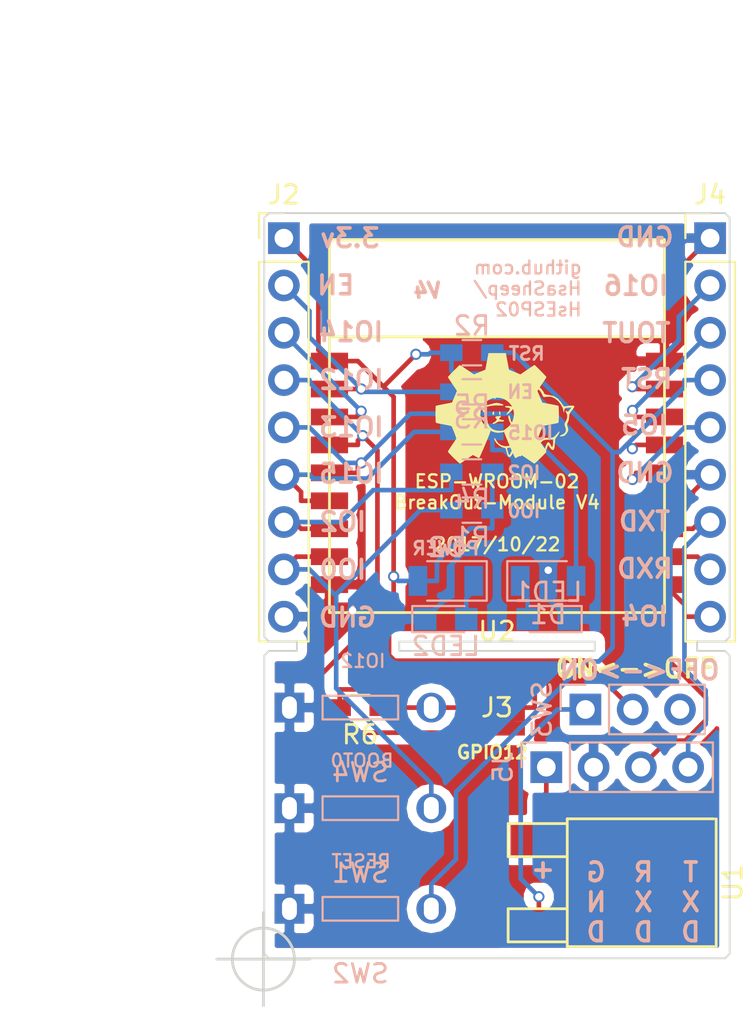
<source format=kicad_pcb>
(kicad_pcb (version 4) (host pcbnew 4.0.6)

  (general
    (links 54)
    (no_connects 0)
    (area 101.299999 50.557199 126.400001 90.657201)
    (thickness 1.6)
    (drawings 92)
    (tracks 233)
    (zones 0)
    (modules 22)
    (nets 23)
  )

  (page A4)
  (layers
    (0 F.Cu signal hide)
    (31 B.Cu signal)
    (32 B.Adhes user)
    (33 F.Adhes user)
    (34 B.Paste user)
    (35 F.Paste user)
    (36 B.SilkS user)
    (37 F.SilkS user)
    (38 B.Mask user)
    (39 F.Mask user)
    (40 Dwgs.User user)
    (41 Cmts.User user)
    (42 Eco1.User user)
    (43 Eco2.User user)
    (44 Edge.Cuts user)
    (45 Margin user)
    (46 B.CrtYd user)
    (47 F.CrtYd user)
    (48 B.Fab user)
    (49 F.Fab user)
  )

  (setup
    (last_trace_width 0.25)
    (trace_clearance 0.4)
    (zone_clearance 0.508)
    (zone_45_only yes)
    (trace_min 0.2)
    (segment_width 0.15)
    (edge_width 0.15)
    (via_size 0.6)
    (via_drill 0.4)
    (via_min_size 0.4)
    (via_min_drill 0.3)
    (uvia_size 0.3)
    (uvia_drill 0.1)
    (uvias_allowed no)
    (uvia_min_size 0.2)
    (uvia_min_drill 0.1)
    (pcb_text_width 0.3)
    (pcb_text_size 1.5 1.5)
    (mod_edge_width 0.15)
    (mod_text_size 1 1)
    (mod_text_width 0.15)
    (pad_size 1.524 1.524)
    (pad_drill 0.762)
    (pad_to_mask_clearance 0.2)
    (aux_axis_origin 101.3 90.65)
    (grid_origin 101.3 90.65)
    (visible_elements 7FFFFFFF)
    (pcbplotparams
      (layerselection 0x010f0_80000001)
      (usegerberextensions true)
      (usegerberattributes true)
      (excludeedgelayer true)
      (linewidth 0.100000)
      (plotframeref false)
      (viasonmask false)
      (mode 1)
      (useauxorigin false)
      (hpglpennumber 1)
      (hpglpenspeed 20)
      (hpglpendiameter 15)
      (hpglpenoverlay 2)
      (psnegative false)
      (psa4output false)
      (plotreference false)
      (plotvalue false)
      (plotinvisibletext false)
      (padsonsilk false)
      (subtractmaskfromsilk true)
      (outputformat 1)
      (mirror false)
      (drillshape 0)
      (scaleselection 1)
      (outputdirectory G_Silks_v4))
  )

  (net 0 "")
  (net 1 "Net-(D1-Pad1)")
  (net 2 /IO13)
  (net 3 "Net-(D2-Pad1)")
  (net 4 /WROOM-02-3V3)
  (net 5 GND)
  (net 6 /NJM2845-Vin)
  (net 7 /RX)
  (net 8 /TX)
  (net 9 /IO0)
  (net 10 /RST)
  (net 11 /EN)
  (net 12 /IO2)
  (net 13 /IO15)
  (net 14 /IO12)
  (net 15 "Net-(SW3-Pad1)")
  (net 16 "Net-(J4-Pad2)")
  (net 17 "Net-(J4-Pad3)")
  (net 18 "Net-(J4-Pad5)")
  (net 19 "Net-(J4-Pad9)")
  (net 20 "Net-(SW3-Pad3)")
  (net 21 "Net-(J2-Pad3)")
  (net 22 "Net-(J3-Pad1)")

  (net_class Default "これは標準のネット クラスです。"
    (clearance 0.4)
    (trace_width 0.25)
    (via_dia 0.6)
    (via_drill 0.4)
    (uvia_dia 0.3)
    (uvia_drill 0.1)
    (add_net /EN)
    (add_net /IO0)
    (add_net /IO12)
    (add_net /IO13)
    (add_net /IO15)
    (add_net /IO2)
    (add_net /NJM2845-Vin)
    (add_net /RST)
    (add_net /RX)
    (add_net /TX)
    (add_net /WROOM-02-3V3)
    (add_net GND)
    (add_net "Net-(D1-Pad1)")
    (add_net "Net-(D2-Pad1)")
    (add_net "Net-(J2-Pad3)")
    (add_net "Net-(J3-Pad1)")
    (add_net "Net-(J4-Pad2)")
    (add_net "Net-(J4-Pad3)")
    (add_net "Net-(J4-Pad5)")
    (add_net "Net-(J4-Pad9)")
    (add_net "Net-(SW3-Pad1)")
    (add_net "Net-(SW3-Pad3)")
  )

  (module Diodes_SMD:D_1206 (layer B.Cu) (tedit 590CEAF5) (tstamp 59A40B59)
    (at 116.6 70.35)
    (descr "Diode SMD 1206, reflow soldering http://datasheets.avx.com/schottky.pdf")
    (tags "Diode 1206")
    (path /59A409C7)
    (attr smd)
    (fp_text reference D1 (at 0 1.8) (layer B.SilkS)
      (effects (font (size 1 1) (thickness 0.15)) (justify mirror))
    )
    (fp_text value CRD_18mA (at 0 -1.9) (layer B.Fab)
      (effects (font (size 1 1) (thickness 0.15)) (justify mirror))
    )
    (fp_text user %R (at 0 1.8) (layer B.Fab)
      (effects (font (size 1 1) (thickness 0.15)) (justify mirror))
    )
    (fp_line (start -0.254 0.254) (end -0.254 -0.254) (layer B.Fab) (width 0.1))
    (fp_line (start 0.127 0) (end 0.381 0) (layer B.Fab) (width 0.1))
    (fp_line (start -0.254 0) (end -0.508 0) (layer B.Fab) (width 0.1))
    (fp_line (start 0.127 -0.254) (end -0.254 0) (layer B.Fab) (width 0.1))
    (fp_line (start 0.127 0.254) (end 0.127 -0.254) (layer B.Fab) (width 0.1))
    (fp_line (start -0.254 0) (end 0.127 0.254) (layer B.Fab) (width 0.1))
    (fp_line (start -2.2 1.06) (end -2.2 -1.06) (layer B.SilkS) (width 0.12))
    (fp_line (start -1.7 -0.95) (end -1.7 0.95) (layer B.Fab) (width 0.1))
    (fp_line (start 1.7 -0.95) (end -1.7 -0.95) (layer B.Fab) (width 0.1))
    (fp_line (start 1.7 0.95) (end 1.7 -0.95) (layer B.Fab) (width 0.1))
    (fp_line (start -1.7 0.95) (end 1.7 0.95) (layer B.Fab) (width 0.1))
    (fp_line (start -2.3 1.16) (end 2.3 1.16) (layer B.CrtYd) (width 0.05))
    (fp_line (start -2.3 -1.16) (end 2.3 -1.16) (layer B.CrtYd) (width 0.05))
    (fp_line (start -2.3 1.16) (end -2.3 -1.16) (layer B.CrtYd) (width 0.05))
    (fp_line (start 2.3 1.16) (end 2.3 -1.16) (layer B.CrtYd) (width 0.05))
    (fp_line (start 1 1.06) (end -2.2 1.06) (layer B.SilkS) (width 0.12))
    (fp_line (start -2.2 -1.06) (end 1 -1.06) (layer B.SilkS) (width 0.12))
    (pad 1 smd rect (at -1.5 0) (size 1 1.6) (layers B.Cu B.Paste B.Mask)
      (net 1 "Net-(D1-Pad1)"))
    (pad 2 smd rect (at 1.5 0) (size 1 1.6) (layers B.Cu B.Paste B.Mask)
      (net 2 /IO13))
    (model ${KISYS3DMOD}/Diodes_SMD.3dshapes/D_1206.wrl
      (at (xyz 0 0 0))
      (scale (xyz 1 1 1))
      (rotate (xyz 0 0 0))
    )
  )

  (module Diodes_SMD:D_1206 (layer B.Cu) (tedit 590CEAF5) (tstamp 59A40B5F)
    (at 111.1 70.35 180)
    (descr "Diode SMD 1206, reflow soldering http://datasheets.avx.com/schottky.pdf")
    (tags "Diode 1206")
    (path /59A409B7)
    (attr smd)
    (fp_text reference D2 (at 0 1.8 180) (layer B.SilkS)
      (effects (font (size 1 1) (thickness 0.15)) (justify mirror))
    )
    (fp_text value CRD_18mA (at 0 -1.9 180) (layer B.Fab)
      (effects (font (size 1 1) (thickness 0.15)) (justify mirror))
    )
    (fp_text user %R (at 0 1.8 180) (layer B.Fab)
      (effects (font (size 1 1) (thickness 0.15)) (justify mirror))
    )
    (fp_line (start -0.254 0.254) (end -0.254 -0.254) (layer B.Fab) (width 0.1))
    (fp_line (start 0.127 0) (end 0.381 0) (layer B.Fab) (width 0.1))
    (fp_line (start -0.254 0) (end -0.508 0) (layer B.Fab) (width 0.1))
    (fp_line (start 0.127 -0.254) (end -0.254 0) (layer B.Fab) (width 0.1))
    (fp_line (start 0.127 0.254) (end 0.127 -0.254) (layer B.Fab) (width 0.1))
    (fp_line (start -0.254 0) (end 0.127 0.254) (layer B.Fab) (width 0.1))
    (fp_line (start -2.2 1.06) (end -2.2 -1.06) (layer B.SilkS) (width 0.12))
    (fp_line (start -1.7 -0.95) (end -1.7 0.95) (layer B.Fab) (width 0.1))
    (fp_line (start 1.7 -0.95) (end -1.7 -0.95) (layer B.Fab) (width 0.1))
    (fp_line (start 1.7 0.95) (end 1.7 -0.95) (layer B.Fab) (width 0.1))
    (fp_line (start -1.7 0.95) (end 1.7 0.95) (layer B.Fab) (width 0.1))
    (fp_line (start -2.3 1.16) (end 2.3 1.16) (layer B.CrtYd) (width 0.05))
    (fp_line (start -2.3 -1.16) (end 2.3 -1.16) (layer B.CrtYd) (width 0.05))
    (fp_line (start -2.3 1.16) (end -2.3 -1.16) (layer B.CrtYd) (width 0.05))
    (fp_line (start 2.3 1.16) (end 2.3 -1.16) (layer B.CrtYd) (width 0.05))
    (fp_line (start 1 1.06) (end -2.2 1.06) (layer B.SilkS) (width 0.12))
    (fp_line (start -2.2 -1.06) (end 1 -1.06) (layer B.SilkS) (width 0.12))
    (pad 1 smd rect (at -1.5 0 180) (size 1 1.6) (layers B.Cu B.Paste B.Mask)
      (net 3 "Net-(D2-Pad1)"))
    (pad 2 smd rect (at 1.5 0 180) (size 1 1.6) (layers B.Cu B.Paste B.Mask)
      (net 4 /WROOM-02-3V3))
    (model ${KISYS3DMOD}/Diodes_SMD.3dshapes/D_1206.wrl
      (at (xyz 0 0 0))
      (scale (xyz 1 1 1))
      (rotate (xyz 0 0 0))
    )
  )

  (module LEDs:LED_0805 (layer B.Cu) (tedit 59B7FB76) (tstamp 59A40B73)
    (at 116.6 72.4 180)
    (descr "LED 0805 smd package")
    (tags "LED led 0805 SMD smd SMT smt smdled SMDLED smtled SMTLED")
    (path /59A409C8)
    (attr smd)
    (fp_text reference LED1 (at 0 1.45 180) (layer B.SilkS)
      (effects (font (size 1 1) (thickness 0.15)) (justify mirror))
    )
    (fp_text value LED_GREEN (at 0 -1.55 180) (layer B.Fab)
      (effects (font (size 1 1) (thickness 0.15)) (justify mirror))
    )
    (fp_line (start -1.8 0.7) (end -1.8 -0.7) (layer B.SilkS) (width 0.12))
    (fp_line (start -0.4 0.4) (end -0.4 -0.4) (layer B.Fab) (width 0.1))
    (fp_line (start -0.4 0) (end 0.2 0.4) (layer B.Fab) (width 0.1))
    (fp_line (start 0.2 -0.4) (end -0.4 0) (layer B.Fab) (width 0.1))
    (fp_line (start 0.2 0.4) (end 0.2 -0.4) (layer B.Fab) (width 0.1))
    (fp_line (start 1 -0.6) (end -1 -0.6) (layer B.Fab) (width 0.1))
    (fp_line (start 1 0.6) (end 1 -0.6) (layer B.Fab) (width 0.1))
    (fp_line (start -1 0.6) (end 1 0.6) (layer B.Fab) (width 0.1))
    (fp_line (start -1 -0.6) (end -1 0.6) (layer B.Fab) (width 0.1))
    (fp_line (start -1.8 -0.7) (end 1 -0.7) (layer B.SilkS) (width 0.12))
    (fp_line (start -1.8 0.7) (end 1 0.7) (layer B.SilkS) (width 0.12))
    (fp_line (start 1.95 0.85) (end 1.95 -0.85) (layer B.CrtYd) (width 0.05))
    (fp_line (start 1.95 -0.85) (end -1.95 -0.85) (layer B.CrtYd) (width 0.05))
    (fp_line (start -1.95 -0.85) (end -1.95 0.85) (layer B.CrtYd) (width 0.05))
    (fp_line (start -1.95 0.85) (end 1.95 0.85) (layer B.CrtYd) (width 0.05))
    (fp_text user %R (at 0 1.25 180) (layer B.Fab)
      (effects (font (size 0.4 0.4) (thickness 0.1)) (justify mirror))
    )
    (pad 2 smd rect (at 1.1 0) (size 1.2 1.2) (layers B.Cu B.Paste B.Mask)
      (net 1 "Net-(D1-Pad1)"))
    (pad 1 smd rect (at -1.1 0) (size 1.2 1.2) (layers B.Cu B.Paste B.Mask)
      (net 5 GND))
    (model ${KISYS3DMOD}/LEDs.3dshapes/LED_0805.wrl
      (at (xyz 0 0 0))
      (scale (xyz 1 1 1))
      (rotate (xyz 0 0 180))
    )
  )

  (module LEDs:LED_0805 (layer B.Cu) (tedit 59959803) (tstamp 59A40B79)
    (at 111.1 72.4)
    (descr "LED 0805 smd package")
    (tags "LED led 0805 SMD smd SMT smt smdled SMDLED smtled SMTLED")
    (path /59A409B8)
    (attr smd)
    (fp_text reference LED2 (at 0 1.45) (layer B.SilkS)
      (effects (font (size 1 1) (thickness 0.15)) (justify mirror))
    )
    (fp_text value LED_BLUE (at 0 -1.55) (layer B.Fab)
      (effects (font (size 1 1) (thickness 0.15)) (justify mirror))
    )
    (fp_line (start -1.8 0.7) (end -1.8 -0.7) (layer B.SilkS) (width 0.12))
    (fp_line (start -0.4 0.4) (end -0.4 -0.4) (layer B.Fab) (width 0.1))
    (fp_line (start -0.4 0) (end 0.2 0.4) (layer B.Fab) (width 0.1))
    (fp_line (start 0.2 -0.4) (end -0.4 0) (layer B.Fab) (width 0.1))
    (fp_line (start 0.2 0.4) (end 0.2 -0.4) (layer B.Fab) (width 0.1))
    (fp_line (start 1 -0.6) (end -1 -0.6) (layer B.Fab) (width 0.1))
    (fp_line (start 1 0.6) (end 1 -0.6) (layer B.Fab) (width 0.1))
    (fp_line (start -1 0.6) (end 1 0.6) (layer B.Fab) (width 0.1))
    (fp_line (start -1 -0.6) (end -1 0.6) (layer B.Fab) (width 0.1))
    (fp_line (start -1.8 -0.7) (end 1 -0.7) (layer B.SilkS) (width 0.12))
    (fp_line (start -1.8 0.7) (end 1 0.7) (layer B.SilkS) (width 0.12))
    (fp_line (start 1.95 0.85) (end 1.95 -0.85) (layer B.CrtYd) (width 0.05))
    (fp_line (start 1.95 -0.85) (end -1.95 -0.85) (layer B.CrtYd) (width 0.05))
    (fp_line (start -1.95 -0.85) (end -1.95 0.85) (layer B.CrtYd) (width 0.05))
    (fp_line (start -1.95 0.85) (end 1.95 0.85) (layer B.CrtYd) (width 0.05))
    (fp_text user %R (at 0 1.25) (layer B.Fab)
      (effects (font (size 0.4 0.4) (thickness 0.1)) (justify mirror))
    )
    (pad 2 smd rect (at 1.1 0 180) (size 1.2 1.2) (layers B.Cu B.Paste B.Mask)
      (net 3 "Net-(D2-Pad1)"))
    (pad 1 smd rect (at -1.1 0 180) (size 1.2 1.2) (layers B.Cu B.Paste B.Mask)
      (net 5 GND))
    (model ${KISYS3DMOD}/LEDs.3dshapes/LED_0805.wrl
      (at (xyz 0 0 0))
      (scale (xyz 1 1 1))
      (rotate (xyz 0 0 180))
    )
  )

  (module Resistors_SMD:R_0603_HandSoldering (layer B.Cu) (tedit 58E0A804) (tstamp 59A40B7F)
    (at 112.5 66.55)
    (descr "Resistor SMD 0603, hand soldering")
    (tags "resistor 0603")
    (path /59A409BB)
    (attr smd)
    (fp_text reference R1 (at 0 1.45) (layer B.SilkS)
      (effects (font (size 1 1) (thickness 0.15)) (justify mirror))
    )
    (fp_text value 10k (at 0 -1.55) (layer B.Fab)
      (effects (font (size 1 1) (thickness 0.15)) (justify mirror))
    )
    (fp_text user %R (at 0 0) (layer B.Fab)
      (effects (font (size 0.4 0.4) (thickness 0.075)) (justify mirror))
    )
    (fp_line (start -0.8 -0.4) (end -0.8 0.4) (layer B.Fab) (width 0.1))
    (fp_line (start 0.8 -0.4) (end -0.8 -0.4) (layer B.Fab) (width 0.1))
    (fp_line (start 0.8 0.4) (end 0.8 -0.4) (layer B.Fab) (width 0.1))
    (fp_line (start -0.8 0.4) (end 0.8 0.4) (layer B.Fab) (width 0.1))
    (fp_line (start 0.5 -0.68) (end -0.5 -0.68) (layer B.SilkS) (width 0.12))
    (fp_line (start -0.5 0.68) (end 0.5 0.68) (layer B.SilkS) (width 0.12))
    (fp_line (start -1.96 0.7) (end 1.95 0.7) (layer B.CrtYd) (width 0.05))
    (fp_line (start -1.96 0.7) (end -1.96 -0.7) (layer B.CrtYd) (width 0.05))
    (fp_line (start 1.95 -0.7) (end 1.95 0.7) (layer B.CrtYd) (width 0.05))
    (fp_line (start 1.95 -0.7) (end -1.96 -0.7) (layer B.CrtYd) (width 0.05))
    (pad 1 smd rect (at -1.1 0) (size 1.2 0.9) (layers B.Cu B.Paste B.Mask)
      (net 9 /IO0))
    (pad 2 smd rect (at 1.1 0) (size 1.2 0.9) (layers B.Cu B.Paste B.Mask)
      (net 4 /WROOM-02-3V3))
    (model ${KISYS3DMOD}/Resistors_SMD.3dshapes/R_0603.wrl
      (at (xyz 0 0 0))
      (scale (xyz 1 1 1))
      (rotate (xyz 0 0 0))
    )
  )

  (module Resistors_SMD:R_0603_HandSoldering (layer B.Cu) (tedit 58E0A804) (tstamp 59A40B85)
    (at 112.5 58.1 180)
    (descr "Resistor SMD 0603, hand soldering")
    (tags "resistor 0603")
    (path /59A409C0)
    (attr smd)
    (fp_text reference R2 (at 0 1.45 180) (layer B.SilkS)
      (effects (font (size 1 1) (thickness 0.15)) (justify mirror))
    )
    (fp_text value 10k (at 0 -1.55 180) (layer B.Fab)
      (effects (font (size 1 1) (thickness 0.15)) (justify mirror))
    )
    (fp_text user %R (at 0 0 180) (layer B.Fab)
      (effects (font (size 0.4 0.4) (thickness 0.075)) (justify mirror))
    )
    (fp_line (start -0.8 -0.4) (end -0.8 0.4) (layer B.Fab) (width 0.1))
    (fp_line (start 0.8 -0.4) (end -0.8 -0.4) (layer B.Fab) (width 0.1))
    (fp_line (start 0.8 0.4) (end 0.8 -0.4) (layer B.Fab) (width 0.1))
    (fp_line (start -0.8 0.4) (end 0.8 0.4) (layer B.Fab) (width 0.1))
    (fp_line (start 0.5 -0.68) (end -0.5 -0.68) (layer B.SilkS) (width 0.12))
    (fp_line (start -0.5 0.68) (end 0.5 0.68) (layer B.SilkS) (width 0.12))
    (fp_line (start -1.96 0.7) (end 1.95 0.7) (layer B.CrtYd) (width 0.05))
    (fp_line (start -1.96 0.7) (end -1.96 -0.7) (layer B.CrtYd) (width 0.05))
    (fp_line (start 1.95 -0.7) (end 1.95 0.7) (layer B.CrtYd) (width 0.05))
    (fp_line (start 1.95 -0.7) (end -1.96 -0.7) (layer B.CrtYd) (width 0.05))
    (pad 1 smd rect (at -1.1 0 180) (size 1.2 0.9) (layers B.Cu B.Paste B.Mask)
      (net 10 /RST))
    (pad 2 smd rect (at 1.1 0 180) (size 1.2 0.9) (layers B.Cu B.Paste B.Mask)
      (net 4 /WROOM-02-3V3))
    (model ${KISYS3DMOD}/Resistors_SMD.3dshapes/R_0603.wrl
      (at (xyz 0 0 0))
      (scale (xyz 1 1 1))
      (rotate (xyz 0 0 0))
    )
  )

  (module Resistors_SMD:R_0603_HandSoldering (layer B.Cu) (tedit 58E0A804) (tstamp 59A40B8B)
    (at 112.5 60.2)
    (descr "Resistor SMD 0603, hand soldering")
    (tags "resistor 0603")
    (path /59A409C3)
    (attr smd)
    (fp_text reference R3 (at 0 1.45) (layer B.SilkS)
      (effects (font (size 1 1) (thickness 0.15)) (justify mirror))
    )
    (fp_text value 10k (at 0 -1.55) (layer B.Fab)
      (effects (font (size 1 1) (thickness 0.15)) (justify mirror))
    )
    (fp_text user %R (at 0 0) (layer B.Fab)
      (effects (font (size 0.4 0.4) (thickness 0.075)) (justify mirror))
    )
    (fp_line (start -0.8 -0.4) (end -0.8 0.4) (layer B.Fab) (width 0.1))
    (fp_line (start 0.8 -0.4) (end -0.8 -0.4) (layer B.Fab) (width 0.1))
    (fp_line (start 0.8 0.4) (end 0.8 -0.4) (layer B.Fab) (width 0.1))
    (fp_line (start -0.8 0.4) (end 0.8 0.4) (layer B.Fab) (width 0.1))
    (fp_line (start 0.5 -0.68) (end -0.5 -0.68) (layer B.SilkS) (width 0.12))
    (fp_line (start -0.5 0.68) (end 0.5 0.68) (layer B.SilkS) (width 0.12))
    (fp_line (start -1.96 0.7) (end 1.95 0.7) (layer B.CrtYd) (width 0.05))
    (fp_line (start -1.96 0.7) (end -1.96 -0.7) (layer B.CrtYd) (width 0.05))
    (fp_line (start 1.95 -0.7) (end 1.95 0.7) (layer B.CrtYd) (width 0.05))
    (fp_line (start 1.95 -0.7) (end -1.96 -0.7) (layer B.CrtYd) (width 0.05))
    (pad 1 smd rect (at -1.1 0) (size 1.2 0.9) (layers B.Cu B.Paste B.Mask)
      (net 11 /EN))
    (pad 2 smd rect (at 1.1 0) (size 1.2 0.9) (layers B.Cu B.Paste B.Mask)
      (net 4 /WROOM-02-3V3))
    (model ${KISYS3DMOD}/Resistors_SMD.3dshapes/R_0603.wrl
      (at (xyz 0 0 0))
      (scale (xyz 1 1 1))
      (rotate (xyz 0 0 0))
    )
  )

  (module Resistors_SMD:R_0603_HandSoldering (layer B.Cu) (tedit 58E0A804) (tstamp 59A40B91)
    (at 112.5 64.5)
    (descr "Resistor SMD 0603, hand soldering")
    (tags "resistor 0603")
    (path /59A409C4)
    (attr smd)
    (fp_text reference R4 (at 0 1.45) (layer B.SilkS)
      (effects (font (size 1 1) (thickness 0.15)) (justify mirror))
    )
    (fp_text value 10k (at 0 -1.55) (layer B.Fab)
      (effects (font (size 1 1) (thickness 0.15)) (justify mirror))
    )
    (fp_text user %R (at 0 0) (layer B.Fab)
      (effects (font (size 0.4 0.4) (thickness 0.075)) (justify mirror))
    )
    (fp_line (start -0.8 -0.4) (end -0.8 0.4) (layer B.Fab) (width 0.1))
    (fp_line (start 0.8 -0.4) (end -0.8 -0.4) (layer B.Fab) (width 0.1))
    (fp_line (start 0.8 0.4) (end 0.8 -0.4) (layer B.Fab) (width 0.1))
    (fp_line (start -0.8 0.4) (end 0.8 0.4) (layer B.Fab) (width 0.1))
    (fp_line (start 0.5 -0.68) (end -0.5 -0.68) (layer B.SilkS) (width 0.12))
    (fp_line (start -0.5 0.68) (end 0.5 0.68) (layer B.SilkS) (width 0.12))
    (fp_line (start -1.96 0.7) (end 1.95 0.7) (layer B.CrtYd) (width 0.05))
    (fp_line (start -1.96 0.7) (end -1.96 -0.7) (layer B.CrtYd) (width 0.05))
    (fp_line (start 1.95 -0.7) (end 1.95 0.7) (layer B.CrtYd) (width 0.05))
    (fp_line (start 1.95 -0.7) (end -1.96 -0.7) (layer B.CrtYd) (width 0.05))
    (pad 1 smd rect (at -1.1 0) (size 1.2 0.9) (layers B.Cu B.Paste B.Mask)
      (net 12 /IO2))
    (pad 2 smd rect (at 1.1 0) (size 1.2 0.9) (layers B.Cu B.Paste B.Mask)
      (net 4 /WROOM-02-3V3))
    (model ${KISYS3DMOD}/Resistors_SMD.3dshapes/R_0603.wrl
      (at (xyz 0 0 0))
      (scale (xyz 1 1 1))
      (rotate (xyz 0 0 0))
    )
  )

  (module Resistors_SMD:R_0603_HandSoldering (layer B.Cu) (tedit 58E0A804) (tstamp 59A40B97)
    (at 112.5 62.35 180)
    (descr "Resistor SMD 0603, hand soldering")
    (tags "resistor 0603")
    (path /59A409C5)
    (attr smd)
    (fp_text reference R5 (at 0 1.45 180) (layer B.SilkS)
      (effects (font (size 1 1) (thickness 0.15)) (justify mirror))
    )
    (fp_text value 10k (at 0 -1.55 180) (layer B.Fab)
      (effects (font (size 1 1) (thickness 0.15)) (justify mirror))
    )
    (fp_text user %R (at 0 0 180) (layer B.Fab)
      (effects (font (size 0.4 0.4) (thickness 0.075)) (justify mirror))
    )
    (fp_line (start -0.8 -0.4) (end -0.8 0.4) (layer B.Fab) (width 0.1))
    (fp_line (start 0.8 -0.4) (end -0.8 -0.4) (layer B.Fab) (width 0.1))
    (fp_line (start 0.8 0.4) (end 0.8 -0.4) (layer B.Fab) (width 0.1))
    (fp_line (start -0.8 0.4) (end 0.8 0.4) (layer B.Fab) (width 0.1))
    (fp_line (start 0.5 -0.68) (end -0.5 -0.68) (layer B.SilkS) (width 0.12))
    (fp_line (start -0.5 0.68) (end 0.5 0.68) (layer B.SilkS) (width 0.12))
    (fp_line (start -1.96 0.7) (end 1.95 0.7) (layer B.CrtYd) (width 0.05))
    (fp_line (start -1.96 0.7) (end -1.96 -0.7) (layer B.CrtYd) (width 0.05))
    (fp_line (start 1.95 -0.7) (end 1.95 0.7) (layer B.CrtYd) (width 0.05))
    (fp_line (start 1.95 -0.7) (end -1.96 -0.7) (layer B.CrtYd) (width 0.05))
    (pad 1 smd rect (at -1.1 0 180) (size 1.2 0.9) (layers B.Cu B.Paste B.Mask)
      (net 5 GND))
    (pad 2 smd rect (at 1.1 0 180) (size 1.2 0.9) (layers B.Cu B.Paste B.Mask)
      (net 13 /IO15))
    (model ${KISYS3DMOD}/Resistors_SMD.3dshapes/R_0603.wrl
      (at (xyz 0 0 0))
      (scale (xyz 1 1 1))
      (rotate (xyz 0 0 0))
    )
  )

  (module Resistors_SMD:R_0603_HandSoldering (layer F.Cu) (tedit 58E0A804) (tstamp 59A40B9D)
    (at 106.5 77.15 180)
    (descr "Resistor SMD 0603, hand soldering")
    (tags "resistor 0603")
    (path /59A409CD)
    (attr smd)
    (fp_text reference R6 (at 0 -1.45 180) (layer F.SilkS)
      (effects (font (size 1 1) (thickness 0.15)))
    )
    (fp_text value 10k (at 0 1.55 180) (layer F.Fab)
      (effects (font (size 1 1) (thickness 0.15)))
    )
    (fp_text user %R (at 0 0 180) (layer F.Fab)
      (effects (font (size 0.4 0.4) (thickness 0.075)))
    )
    (fp_line (start -0.8 0.4) (end -0.8 -0.4) (layer F.Fab) (width 0.1))
    (fp_line (start 0.8 0.4) (end -0.8 0.4) (layer F.Fab) (width 0.1))
    (fp_line (start 0.8 -0.4) (end 0.8 0.4) (layer F.Fab) (width 0.1))
    (fp_line (start -0.8 -0.4) (end 0.8 -0.4) (layer F.Fab) (width 0.1))
    (fp_line (start 0.5 0.68) (end -0.5 0.68) (layer F.SilkS) (width 0.12))
    (fp_line (start -0.5 -0.68) (end 0.5 -0.68) (layer F.SilkS) (width 0.12))
    (fp_line (start -1.96 -0.7) (end 1.95 -0.7) (layer F.CrtYd) (width 0.05))
    (fp_line (start -1.96 -0.7) (end -1.96 0.7) (layer F.CrtYd) (width 0.05))
    (fp_line (start 1.95 0.7) (end 1.95 -0.7) (layer F.CrtYd) (width 0.05))
    (fp_line (start 1.95 0.7) (end -1.96 0.7) (layer F.CrtYd) (width 0.05))
    (pad 1 smd rect (at -1.1 0 180) (size 1.2 0.9) (layers F.Cu F.Paste F.Mask)
      (net 22 "Net-(J3-Pad1)"))
    (pad 2 smd rect (at 1.1 0 180) (size 1.2 0.9) (layers F.Cu F.Paste F.Mask)
      (net 4 /WROOM-02-3V3))
    (model ${KISYS3DMOD}/Resistors_SMD.3dshapes/R_0603.wrl
      (at (xyz 0 0 0))
      (scale (xyz 1 1 1))
      (rotate (xyz 0 0 0))
    )
  )

  (module NJM2845:NJM2845 (layer F.Cu) (tedit 59A244D4) (tstamp 59A40BC0)
    (at 116.1 86.55 270)
    (descr "DPAK / TO-252 2-lead smd package")
    (tags "dpak TO-252")
    (path /59A409B6)
    (attr smd)
    (fp_text reference U1 (at 0 -10.414 270) (layer F.SilkS)
      (effects (font (size 1 1) (thickness 0.15)))
    )
    (fp_text value NJM2845DL1 (at 0 -2.413 270) (layer F.Fab)
      (effects (font (size 1 1) (thickness 0.15)))
    )
    (fp_line (start 1.397 -1.524) (end 1.397 1.651) (layer F.SilkS) (width 0.15))
    (fp_line (start 1.397 1.651) (end 3.175 1.651) (layer F.SilkS) (width 0.15))
    (fp_line (start 3.175 1.651) (end 3.175 -1.524) (layer F.SilkS) (width 0.15))
    (fp_line (start -3.175 -1.524) (end -3.175 1.651) (layer F.SilkS) (width 0.15))
    (fp_line (start -3.175 1.651) (end -1.397 1.651) (layer F.SilkS) (width 0.15))
    (fp_line (start -1.397 1.651) (end -1.397 -1.524) (layer F.SilkS) (width 0.15))
    (fp_line (start 3.429 -7.62) (end 3.429 -1.524) (layer F.SilkS) (width 0.15))
    (fp_line (start 3.429 -1.524) (end -3.429 -1.524) (layer F.SilkS) (width 0.15))
    (fp_line (start -3.429 -1.524) (end -3.429 -9.398) (layer F.SilkS) (width 0.15))
    (fp_line (start -3.429 -9.525) (end 3.429 -9.525) (layer F.SilkS) (width 0.15))
    (fp_line (start 3.429 -9.398) (end 3.429 -7.62) (layer F.SilkS) (width 0.15))
    (pad 1 smd rect (at -2.286 0 270) (size 1.651 3.048) (layers F.Cu F.Paste F.Mask)
      (net 6 /NJM2845-Vin))
    (pad 2 smd rect (at 0 -6.35 270) (size 6.096 6.096) (layers F.Cu F.Paste F.Mask)
      (net 5 GND))
    (pad 3 smd rect (at 2.286 0 270) (size 1.651 3.048) (layers F.Cu F.Paste F.Mask)
      (net 15 "Net-(SW3-Pad1)"))
    (model TO_SOT_Packages_SMD.3dshapes/TO-252-2Lead.wrl
      (at (xyz 0 0 0))
      (scale (xyz 1 1 1))
      (rotate (xyz 0 0 0))
    )
  )

  (module wroom-02:WROOM-02 (layer F.Cu) (tedit 55C9B0F1) (tstamp 59A40BD6)
    (at 113.85 72.05)
    (path /59A409B3)
    (fp_text reference U2 (at 0 1) (layer F.SilkS)
      (effects (font (size 1 1) (thickness 0.15)))
    )
    (fp_text value WROOM-02 (at 0 -17) (layer F.Fab)
      (effects (font (size 1 1) (thickness 0.15)))
    )
    (fp_line (start -9 -14.8) (end 9 -14.8) (layer F.SilkS) (width 0.15))
    (fp_line (start -9 0) (end 9 0) (layer F.SilkS) (width 0.15))
    (fp_line (start 9 0) (end 9 -20) (layer F.SilkS) (width 0.15))
    (fp_line (start 9 -20) (end -9 -20) (layer F.SilkS) (width 0.15))
    (fp_line (start -9 -20) (end -9 0) (layer F.SilkS) (width 0.15))
    (pad 1 smd rect (at -9 -13.5) (size 2 0.9) (layers F.Cu F.Paste F.Mask)
      (net 4 /WROOM-02-3V3))
    (pad 2 smd rect (at -9 -12) (size 2 0.9) (layers F.Cu F.Paste F.Mask)
      (net 11 /EN))
    (pad 3 smd rect (at -9 -10.5) (size 2 0.9) (layers F.Cu F.Paste F.Mask)
      (net 21 "Net-(J2-Pad3)"))
    (pad 4 smd rect (at -9 -9) (size 2 0.9) (layers F.Cu F.Paste F.Mask)
      (net 14 /IO12))
    (pad 5 smd rect (at -9 -7.5) (size 2 0.9) (layers F.Cu F.Paste F.Mask)
      (net 2 /IO13))
    (pad 6 smd rect (at -9 -6) (size 2 0.9) (layers F.Cu F.Paste F.Mask)
      (net 13 /IO15))
    (pad 7 smd rect (at -9 -4.5) (size 2 0.9) (layers F.Cu F.Paste F.Mask)
      (net 12 /IO2))
    (pad 8 smd rect (at -9 -3) (size 2 0.9) (layers F.Cu F.Paste F.Mask)
      (net 9 /IO0))
    (pad 9 smd rect (at -9 -1.5) (size 2 0.9) (layers F.Cu F.Paste F.Mask)
      (net 5 GND))
    (pad 10 smd rect (at 9 -1.5) (size 2 0.9) (layers F.Cu F.Paste F.Mask)
      (net 19 "Net-(J4-Pad9)"))
    (pad 11 smd rect (at 9 -3) (size 2 0.9) (layers F.Cu F.Paste F.Mask)
      (net 7 /RX))
    (pad 12 smd rect (at 9 -4.5) (size 2 0.9) (layers F.Cu F.Paste F.Mask)
      (net 8 /TX))
    (pad 13 smd rect (at 9 -6) (size 2 0.9) (layers F.Cu F.Paste F.Mask)
      (net 5 GND))
    (pad 14 smd rect (at 9 -7.5) (size 2 0.9) (layers F.Cu F.Paste F.Mask)
      (net 18 "Net-(J4-Pad5)"))
    (pad 15 smd rect (at 9 -9) (size 2 0.9) (layers F.Cu F.Paste F.Mask)
      (net 10 /RST))
    (pad 16 smd rect (at 9 -10.5) (size 2 0.9) (layers F.Cu F.Paste F.Mask)
      (net 17 "Net-(J4-Pad3)"))
    (pad 17 smd rect (at 9 -12) (size 2 0.9) (layers F.Cu F.Paste F.Mask)
      (net 16 "Net-(J4-Pad2)"))
    (pad 18 smd rect (at 9 -13.5) (size 2 0.9) (layers F.Cu F.Paste F.Mask)
      (net 5 GND))
  )

  (module Pin_Headers:Pin_Header_Straight_1x09_Pitch2.54mm (layer F.Cu) (tedit 59650532) (tstamp 59A411F5)
    (at 125.3 51.95)
    (descr "Through hole straight pin header, 1x09, 2.54mm pitch, single row")
    (tags "Through hole pin header THT 1x09 2.54mm single row")
    (path /59A41135)
    (fp_text reference J4 (at 0 -2.33) (layer F.SilkS)
      (effects (font (size 1 1) (thickness 0.15)))
    )
    (fp_text value CONN_01X09 (at 0 22.65) (layer F.Fab)
      (effects (font (size 1 1) (thickness 0.15)))
    )
    (fp_line (start -0.635 -1.27) (end 1.27 -1.27) (layer F.Fab) (width 0.1))
    (fp_line (start 1.27 -1.27) (end 1.27 21.59) (layer F.Fab) (width 0.1))
    (fp_line (start 1.27 21.59) (end -1.27 21.59) (layer F.Fab) (width 0.1))
    (fp_line (start -1.27 21.59) (end -1.27 -0.635) (layer F.Fab) (width 0.1))
    (fp_line (start -1.27 -0.635) (end -0.635 -1.27) (layer F.Fab) (width 0.1))
    (fp_line (start -1.33 21.65) (end 1.33 21.65) (layer F.SilkS) (width 0.12))
    (fp_line (start -1.33 1.27) (end -1.33 21.65) (layer F.SilkS) (width 0.12))
    (fp_line (start 1.33 1.27) (end 1.33 21.65) (layer F.SilkS) (width 0.12))
    (fp_line (start -1.33 1.27) (end 1.33 1.27) (layer F.SilkS) (width 0.12))
    (fp_line (start -1.33 0) (end -1.33 -1.33) (layer F.SilkS) (width 0.12))
    (fp_line (start -1.33 -1.33) (end 0 -1.33) (layer F.SilkS) (width 0.12))
    (fp_line (start -1.8 -1.8) (end -1.8 22.1) (layer F.CrtYd) (width 0.05))
    (fp_line (start -1.8 22.1) (end 1.8 22.1) (layer F.CrtYd) (width 0.05))
    (fp_line (start 1.8 22.1) (end 1.8 -1.8) (layer F.CrtYd) (width 0.05))
    (fp_line (start 1.8 -1.8) (end -1.8 -1.8) (layer F.CrtYd) (width 0.05))
    (fp_text user %R (at 0 10.16 90) (layer F.Fab)
      (effects (font (size 1 1) (thickness 0.15)))
    )
    (pad 1 thru_hole rect (at 0 0) (size 1.7 1.7) (drill 1) (layers *.Cu *.Mask)
      (net 5 GND))
    (pad 2 thru_hole oval (at 0 2.54) (size 1.7 1.7) (drill 1) (layers *.Cu *.Mask)
      (net 16 "Net-(J4-Pad2)"))
    (pad 3 thru_hole oval (at 0 5.08) (size 1.7 1.7) (drill 1) (layers *.Cu *.Mask)
      (net 17 "Net-(J4-Pad3)"))
    (pad 4 thru_hole oval (at 0 7.62) (size 1.7 1.7) (drill 1) (layers *.Cu *.Mask)
      (net 10 /RST))
    (pad 5 thru_hole oval (at 0 10.16) (size 1.7 1.7) (drill 1) (layers *.Cu *.Mask)
      (net 18 "Net-(J4-Pad5)"))
    (pad 6 thru_hole oval (at 0 12.7) (size 1.7 1.7) (drill 1) (layers *.Cu *.Mask)
      (net 5 GND))
    (pad 7 thru_hole oval (at 0 15.24) (size 1.7 1.7) (drill 1) (layers *.Cu *.Mask)
      (net 8 /TX))
    (pad 8 thru_hole oval (at 0 17.78) (size 1.7 1.7) (drill 1) (layers *.Cu *.Mask)
      (net 7 /RX))
    (pad 9 thru_hole oval (at 0 20.32) (size 1.7 1.7) (drill 1) (layers *.Cu *.Mask)
      (net 19 "Net-(J4-Pad9)"))
    (model ${KISYS3DMOD}/Pin_Headers.3dshapes/Pin_Header_Straight_1x09_Pitch2.54mm.wrl
      (at (xyz 0 0 0))
      (scale (xyz 1 1 1))
      (rotate (xyz 0 0 0))
    )
  )

  (module Pin_Headers:Pin_Header_Straight_1x09_Pitch2.54mm (layer F.Cu) (tedit 59650532) (tstamp 59A5AD4F)
    (at 102.4 51.95)
    (descr "Through hole straight pin header, 1x09, 2.54mm pitch, single row")
    (tags "Through hole pin header THT 1x09 2.54mm single row")
    (path /59A4140E)
    (fp_text reference J2 (at 0 -2.33) (layer F.SilkS)
      (effects (font (size 1 1) (thickness 0.15)))
    )
    (fp_text value CONN_01X09 (at 0 22.65) (layer F.Fab)
      (effects (font (size 1 1) (thickness 0.15)))
    )
    (fp_line (start -0.635 -1.27) (end 1.27 -1.27) (layer F.Fab) (width 0.1))
    (fp_line (start 1.27 -1.27) (end 1.27 21.59) (layer F.Fab) (width 0.1))
    (fp_line (start 1.27 21.59) (end -1.27 21.59) (layer F.Fab) (width 0.1))
    (fp_line (start -1.27 21.59) (end -1.27 -0.635) (layer F.Fab) (width 0.1))
    (fp_line (start -1.27 -0.635) (end -0.635 -1.27) (layer F.Fab) (width 0.1))
    (fp_line (start -1.33 21.65) (end 1.33 21.65) (layer F.SilkS) (width 0.12))
    (fp_line (start -1.33 1.27) (end -1.33 21.65) (layer F.SilkS) (width 0.12))
    (fp_line (start 1.33 1.27) (end 1.33 21.65) (layer F.SilkS) (width 0.12))
    (fp_line (start -1.33 1.27) (end 1.33 1.27) (layer F.SilkS) (width 0.12))
    (fp_line (start -1.33 0) (end -1.33 -1.33) (layer F.SilkS) (width 0.12))
    (fp_line (start -1.33 -1.33) (end 0 -1.33) (layer F.SilkS) (width 0.12))
    (fp_line (start -1.8 -1.8) (end -1.8 22.1) (layer F.CrtYd) (width 0.05))
    (fp_line (start -1.8 22.1) (end 1.8 22.1) (layer F.CrtYd) (width 0.05))
    (fp_line (start 1.8 22.1) (end 1.8 -1.8) (layer F.CrtYd) (width 0.05))
    (fp_line (start 1.8 -1.8) (end -1.8 -1.8) (layer F.CrtYd) (width 0.05))
    (fp_text user %R (at 0 10.16 90) (layer F.Fab)
      (effects (font (size 1 1) (thickness 0.15)))
    )
    (pad 1 thru_hole rect (at 0 0) (size 1.7 1.7) (drill 1) (layers *.Cu *.Mask)
      (net 4 /WROOM-02-3V3))
    (pad 2 thru_hole oval (at 0 2.54) (size 1.7 1.7) (drill 1) (layers *.Cu *.Mask)
      (net 11 /EN))
    (pad 3 thru_hole oval (at 0 5.08) (size 1.7 1.7) (drill 1) (layers *.Cu *.Mask)
      (net 21 "Net-(J2-Pad3)"))
    (pad 4 thru_hole oval (at 0 7.62) (size 1.7 1.7) (drill 1) (layers *.Cu *.Mask)
      (net 14 /IO12))
    (pad 5 thru_hole oval (at 0 10.16) (size 1.7 1.7) (drill 1) (layers *.Cu *.Mask)
      (net 2 /IO13))
    (pad 6 thru_hole oval (at 0 12.7) (size 1.7 1.7) (drill 1) (layers *.Cu *.Mask)
      (net 13 /IO15))
    (pad 7 thru_hole oval (at 0 15.24) (size 1.7 1.7) (drill 1) (layers *.Cu *.Mask)
      (net 12 /IO2))
    (pad 8 thru_hole oval (at 0 17.78) (size 1.7 1.7) (drill 1) (layers *.Cu *.Mask)
      (net 9 /IO0))
    (pad 9 thru_hole oval (at 0 20.32) (size 1.7 1.7) (drill 1) (layers *.Cu *.Mask)
      (net 5 GND))
    (model ${KISYS3DMOD}/Pin_Headers.3dshapes/Pin_Header_Straight_1x09_Pitch2.54mm.wrl
      (at (xyz 0 0 0))
      (scale (xyz 1 1 1))
      (rotate (xyz 0 0 0))
    )
  )

  (module conn-test:JUMPER-SOLDER-3mm (layer F.Cu) (tedit 55CF073B) (tstamp 59A5AD5B)
    (at 113.85 77.15 180)
    (path /59A5CCC4)
    (fp_text reference J3 (at 0 0 180) (layer F.SilkS)
      (effects (font (size 1 1) (thickness 0.15)))
    )
    (fp_text value IO12_Jump (at 0 0 180) (layer F.Fab)
      (effects (font (size 1 1) (thickness 0.15)))
    )
    (pad 1 smd rect (at 0.825 0 180) (size 1.35 0.8) (layers F.Cu F.Paste F.Mask)
      (net 22 "Net-(J3-Pad1)"))
    (pad 2 smd rect (at -0.825 0 180) (size 1.35 1.5) (layers F.Cu F.Paste F.Mask)
      (net 14 /IO12))
    (pad 2 smd rect (at 0 -1.125 180) (size 3 0.75) (layers F.Cu F.Paste F.Mask)
      (net 14 /IO12))
    (pad 2 smd rect (at 0 1.125 180) (size 3 0.75) (layers F.Cu F.Paste F.Mask)
      (net 14 /IO12))
  )

  (module Pin_Headers:Pin_Header_Straight_1x03_Pitch2.54mm (layer B.Cu) (tedit 59650532) (tstamp 59A5BCE3)
    (at 118.6 77.25 270)
    (descr "Through hole straight pin header, 1x03, 2.54mm pitch, single row")
    (tags "Through hole pin header THT 1x03 2.54mm single row")
    (path /59A409B4)
    (fp_text reference SW3 (at 0 2.33 270) (layer B.SilkS)
      (effects (font (size 1 1) (thickness 0.15)) (justify mirror))
    )
    (fp_text value SW_SPDT_WROOM-02_POWER (at 0 -7.41 270) (layer B.Fab)
      (effects (font (size 1 1) (thickness 0.15)) (justify mirror))
    )
    (fp_line (start -0.635 1.27) (end 1.27 1.27) (layer B.Fab) (width 0.1))
    (fp_line (start 1.27 1.27) (end 1.27 -6.35) (layer B.Fab) (width 0.1))
    (fp_line (start 1.27 -6.35) (end -1.27 -6.35) (layer B.Fab) (width 0.1))
    (fp_line (start -1.27 -6.35) (end -1.27 0.635) (layer B.Fab) (width 0.1))
    (fp_line (start -1.27 0.635) (end -0.635 1.27) (layer B.Fab) (width 0.1))
    (fp_line (start -1.33 -6.41) (end 1.33 -6.41) (layer B.SilkS) (width 0.12))
    (fp_line (start -1.33 -1.27) (end -1.33 -6.41) (layer B.SilkS) (width 0.12))
    (fp_line (start 1.33 -1.27) (end 1.33 -6.41) (layer B.SilkS) (width 0.12))
    (fp_line (start -1.33 -1.27) (end 1.33 -1.27) (layer B.SilkS) (width 0.12))
    (fp_line (start -1.33 0) (end -1.33 1.33) (layer B.SilkS) (width 0.12))
    (fp_line (start -1.33 1.33) (end 0 1.33) (layer B.SilkS) (width 0.12))
    (fp_line (start -1.8 1.8) (end -1.8 -6.85) (layer B.CrtYd) (width 0.05))
    (fp_line (start -1.8 -6.85) (end 1.8 -6.85) (layer B.CrtYd) (width 0.05))
    (fp_line (start 1.8 -6.85) (end 1.8 1.8) (layer B.CrtYd) (width 0.05))
    (fp_line (start 1.8 1.8) (end -1.8 1.8) (layer B.CrtYd) (width 0.05))
    (fp_text user %R (at 0 -2.54 540) (layer B.Fab)
      (effects (font (size 1 1) (thickness 0.15)) (justify mirror))
    )
    (pad 1 thru_hole rect (at 0 0 270) (size 1.7 1.7) (drill 1) (layers *.Cu *.Mask)
      (net 15 "Net-(SW3-Pad1)"))
    (pad 2 thru_hole oval (at 0 -2.54 270) (size 1.7 1.7) (drill 1) (layers *.Cu *.Mask)
      (net 4 /WROOM-02-3V3))
    (pad 3 thru_hole oval (at 0 -5.08 270) (size 1.7 1.7) (drill 1) (layers *.Cu *.Mask)
      (net 20 "Net-(SW3-Pad3)"))
    (model ${KISYS3DMOD}/Pin_Headers.3dshapes/Pin_Header_Straight_1x03_Pitch2.54mm.wrl
      (at (xyz 0 0 0))
      (scale (xyz 1 1 1))
      (rotate (xyz 0 0 0))
    )
  )

  (module Pin_Headers:Pin_Header_Straight_1x04_Pitch2.54mm (layer B.Cu) (tedit 59650532) (tstamp 59A5BE56)
    (at 116.5 80.35 270)
    (descr "Through hole straight pin header, 1x04, 2.54mm pitch, single row")
    (tags "Through hole pin header THT 1x04 2.54mm single row")
    (path /59A409CA)
    (fp_text reference J5 (at 0 2.33 270) (layer B.SilkS)
      (effects (font (size 1 1) (thickness 0.15)) (justify mirror))
    )
    (fp_text value CONN_01X04 (at 0 -9.95 270) (layer B.Fab)
      (effects (font (size 1 1) (thickness 0.15)) (justify mirror))
    )
    (fp_line (start -0.635 1.27) (end 1.27 1.27) (layer B.Fab) (width 0.1))
    (fp_line (start 1.27 1.27) (end 1.27 -8.89) (layer B.Fab) (width 0.1))
    (fp_line (start 1.27 -8.89) (end -1.27 -8.89) (layer B.Fab) (width 0.1))
    (fp_line (start -1.27 -8.89) (end -1.27 0.635) (layer B.Fab) (width 0.1))
    (fp_line (start -1.27 0.635) (end -0.635 1.27) (layer B.Fab) (width 0.1))
    (fp_line (start -1.33 -8.95) (end 1.33 -8.95) (layer B.SilkS) (width 0.12))
    (fp_line (start -1.33 -1.27) (end -1.33 -8.95) (layer B.SilkS) (width 0.12))
    (fp_line (start 1.33 -1.27) (end 1.33 -8.95) (layer B.SilkS) (width 0.12))
    (fp_line (start -1.33 -1.27) (end 1.33 -1.27) (layer B.SilkS) (width 0.12))
    (fp_line (start -1.33 0) (end -1.33 1.33) (layer B.SilkS) (width 0.12))
    (fp_line (start -1.33 1.33) (end 0 1.33) (layer B.SilkS) (width 0.12))
    (fp_line (start -1.8 1.8) (end -1.8 -9.4) (layer B.CrtYd) (width 0.05))
    (fp_line (start -1.8 -9.4) (end 1.8 -9.4) (layer B.CrtYd) (width 0.05))
    (fp_line (start 1.8 -9.4) (end 1.8 1.8) (layer B.CrtYd) (width 0.05))
    (fp_line (start 1.8 1.8) (end -1.8 1.8) (layer B.CrtYd) (width 0.05))
    (fp_text user %R (at 0 -3.81 540) (layer B.Fab)
      (effects (font (size 1 1) (thickness 0.15)) (justify mirror))
    )
    (pad 1 thru_hole rect (at 0 0 270) (size 1.7 1.7) (drill 1) (layers *.Cu *.Mask)
      (net 6 /NJM2845-Vin))
    (pad 2 thru_hole oval (at 0 -2.54 270) (size 1.7 1.7) (drill 1) (layers *.Cu *.Mask)
      (net 5 GND))
    (pad 3 thru_hole oval (at 0 -5.08 270) (size 1.7 1.7) (drill 1) (layers *.Cu *.Mask)
      (net 7 /RX))
    (pad 4 thru_hole oval (at 0 -7.62 270) (size 1.7 1.7) (drill 1) (layers *.Cu *.Mask)
      (net 8 /TX))
    (model ${KISYS3DMOD}/Pin_Headers.3dshapes/Pin_Header_Straight_1x04_Pitch2.54mm.wrl
      (at (xyz 0 0 0))
      (scale (xyz 1 1 1))
      (rotate (xyz 0 0 0))
    )
  )

  (module HsMouse:SW_DIP_x1_W7.62mm_Slide_MOD_TVBP06-B043C_0.8x1.2_noSilks (layer B.Cu) (tedit 59B7F18D) (tstamp 59A40BB9)
    (at 102.7 77.15)
    (descr "1x-dip-switch, Slide, row spacing 7.62 mm (300 mils)")
    (tags "DIP Switch switch 7.62mm 300mil TVBP06-B043C toggle sw")
    (path /59A409CE)
    (fp_text reference SW4 (at 3.81 3.48) (layer B.SilkS)
      (effects (font (size 1 1) (thickness 0.15)) (justify mirror))
    )
    (fp_text value SW_Push_GPIO12 (at 3.81 -3.48) (layer B.Fab)
      (effects (font (size 1 1) (thickness 0.15)) (justify mirror))
    )
    (fp_line (start 1.2 -1.75) (end 6.4 -1.75) (layer F.CrtYd) (width 0.15))
    (fp_line (start 1.2 1.75) (end 6.4 1.75) (layer F.CrtYd) (width 0.15))
    (fp_line (start 6.4 1.75) (end 6.4 -1.75) (layer F.CrtYd) (width 0.15))
    (fp_line (start 1.2 1.75) (end 1.2 -1.75) (layer F.CrtYd) (width 0.15))
    (fp_line (start -0.08 2.36) (end 8.7 2.36) (layer B.Fab) (width 0.1))
    (fp_line (start 8.7 2.36) (end 8.7 -2.36) (layer B.Fab) (width 0.1))
    (fp_line (start 8.7 -2.36) (end -1.08 -2.36) (layer B.Fab) (width 0.1))
    (fp_line (start -1.08 -2.36) (end -1.08 1.36) (layer B.Fab) (width 0.1))
    (fp_line (start -1.08 1.36) (end -0.08 2.36) (layer B.Fab) (width 0.1))
    (fp_line (start 1.78 0.635) (end 1.78 -0.635) (layer B.Fab) (width 0.1))
    (fp_line (start 1.78 -0.635) (end 5.84 -0.635) (layer B.Fab) (width 0.1))
    (fp_line (start 5.84 -0.635) (end 5.84 0.635) (layer B.Fab) (width 0.1))
    (fp_line (start 5.84 0.635) (end 1.78 0.635) (layer B.Fab) (width 0.1))
    (fp_line (start 1.78 0.635) (end 1.78 -0.635) (layer B.SilkS) (width 0.12))
    (fp_line (start 1.78 -0.635) (end 5.84 -0.635) (layer B.SilkS) (width 0.12))
    (fp_line (start 5.84 -0.635) (end 5.84 0.635) (layer B.SilkS) (width 0.12))
    (fp_line (start 5.84 0.635) (end 1.78 0.635) (layer B.SilkS) (width 0.12))
    (fp_line (start -1.4 2.7) (end -1.4 -2.7) (layer B.CrtYd) (width 0.05))
    (fp_line (start -1.4 -2.7) (end 9 -2.7) (layer B.CrtYd) (width 0.05))
    (fp_line (start 9 -2.7) (end 9 2.7) (layer B.CrtYd) (width 0.05))
    (fp_line (start 9 2.7) (end -1.4 2.7) (layer B.CrtYd) (width 0.05))
    (pad 1 thru_hole rect (at 0 0) (size 1.6 1.6) (drill oval 0.8 1.2) (layers *.Cu *.Mask)
      (net 5 GND))
    (pad 2 thru_hole oval (at 7.62 0) (size 1.6 1.6) (drill oval 0.8 1.2) (layers *.Cu *.Mask)
      (net 22 "Net-(J3-Pad1)"))
    (model Buttons_Switches_THT.3dshapes/SW_DIP_x1_W7.62mm_Slide.wrl
      (at (xyz 0 0 0))
      (scale (xyz 1 1 1))
      (rotate (xyz 0 0 90))
    )
  )

  (module HsMouse:SW_DIP_x1_W7.62mm_Slide_MOD_TVBP06-B043C_0.8x1.2_noSilks (layer B.Cu) (tedit 59B7F18D) (tstamp 59A40BA3)
    (at 102.7 82.55)
    (descr "1x-dip-switch, Slide, row spacing 7.62 mm (300 mils)")
    (tags "DIP Switch switch 7.62mm 300mil TVBP06-B043C toggle sw")
    (path /59A409BE)
    (fp_text reference SW1 (at 3.81 3.48) (layer B.SilkS)
      (effects (font (size 1 1) (thickness 0.15)) (justify mirror))
    )
    (fp_text value SW_Push_BOOT0 (at 3.81 -3.48) (layer B.Fab)
      (effects (font (size 1 1) (thickness 0.15)) (justify mirror))
    )
    (fp_line (start 1.2 -1.75) (end 6.4 -1.75) (layer F.CrtYd) (width 0.15))
    (fp_line (start 1.2 1.75) (end 6.4 1.75) (layer F.CrtYd) (width 0.15))
    (fp_line (start 6.4 1.75) (end 6.4 -1.75) (layer F.CrtYd) (width 0.15))
    (fp_line (start 1.2 1.75) (end 1.2 -1.75) (layer F.CrtYd) (width 0.15))
    (fp_line (start -0.08 2.36) (end 8.7 2.36) (layer B.Fab) (width 0.1))
    (fp_line (start 8.7 2.36) (end 8.7 -2.36) (layer B.Fab) (width 0.1))
    (fp_line (start 8.7 -2.36) (end -1.08 -2.36) (layer B.Fab) (width 0.1))
    (fp_line (start -1.08 -2.36) (end -1.08 1.36) (layer B.Fab) (width 0.1))
    (fp_line (start -1.08 1.36) (end -0.08 2.36) (layer B.Fab) (width 0.1))
    (fp_line (start 1.78 0.635) (end 1.78 -0.635) (layer B.Fab) (width 0.1))
    (fp_line (start 1.78 -0.635) (end 5.84 -0.635) (layer B.Fab) (width 0.1))
    (fp_line (start 5.84 -0.635) (end 5.84 0.635) (layer B.Fab) (width 0.1))
    (fp_line (start 5.84 0.635) (end 1.78 0.635) (layer B.Fab) (width 0.1))
    (fp_line (start 1.78 0.635) (end 1.78 -0.635) (layer B.SilkS) (width 0.12))
    (fp_line (start 1.78 -0.635) (end 5.84 -0.635) (layer B.SilkS) (width 0.12))
    (fp_line (start 5.84 -0.635) (end 5.84 0.635) (layer B.SilkS) (width 0.12))
    (fp_line (start 5.84 0.635) (end 1.78 0.635) (layer B.SilkS) (width 0.12))
    (fp_line (start -1.4 2.7) (end -1.4 -2.7) (layer B.CrtYd) (width 0.05))
    (fp_line (start -1.4 -2.7) (end 9 -2.7) (layer B.CrtYd) (width 0.05))
    (fp_line (start 9 -2.7) (end 9 2.7) (layer B.CrtYd) (width 0.05))
    (fp_line (start 9 2.7) (end -1.4 2.7) (layer B.CrtYd) (width 0.05))
    (pad 1 thru_hole rect (at 0 0) (size 1.6 1.6) (drill oval 0.8 1.2) (layers *.Cu *.Mask)
      (net 5 GND))
    (pad 2 thru_hole oval (at 7.62 0) (size 1.6 1.6) (drill oval 0.8 1.2) (layers *.Cu *.Mask)
      (net 9 /IO0))
    (model Buttons_Switches_THT.3dshapes/SW_DIP_x1_W7.62mm_Slide.wrl
      (at (xyz 0 0 0))
      (scale (xyz 1 1 1))
      (rotate (xyz 0 0 90))
    )
  )

  (module HsMouse:SW_DIP_x1_W7.62mm_Slide_MOD_TVBP06-B043C_0.8x1.2_noSilks (layer B.Cu) (tedit 59B7F18D) (tstamp 59A40BA9)
    (at 102.7 87.95)
    (descr "1x-dip-switch, Slide, row spacing 7.62 mm (300 mils)")
    (tags "DIP Switch switch 7.62mm 300mil TVBP06-B043C toggle sw")
    (path /59A409C1)
    (fp_text reference SW2 (at 3.81 3.48) (layer B.SilkS)
      (effects (font (size 1 1) (thickness 0.15)) (justify mirror))
    )
    (fp_text value SW_Push_RESET (at 3.81 -3.48) (layer B.Fab)
      (effects (font (size 1 1) (thickness 0.15)) (justify mirror))
    )
    (fp_line (start 1.2 -1.75) (end 6.4 -1.75) (layer F.CrtYd) (width 0.15))
    (fp_line (start 1.2 1.75) (end 6.4 1.75) (layer F.CrtYd) (width 0.15))
    (fp_line (start 6.4 1.75) (end 6.4 -1.75) (layer F.CrtYd) (width 0.15))
    (fp_line (start 1.2 1.75) (end 1.2 -1.75) (layer F.CrtYd) (width 0.15))
    (fp_line (start -0.08 2.36) (end 8.7 2.36) (layer B.Fab) (width 0.1))
    (fp_line (start 8.7 2.36) (end 8.7 -2.36) (layer B.Fab) (width 0.1))
    (fp_line (start 8.7 -2.36) (end -1.08 -2.36) (layer B.Fab) (width 0.1))
    (fp_line (start -1.08 -2.36) (end -1.08 1.36) (layer B.Fab) (width 0.1))
    (fp_line (start -1.08 1.36) (end -0.08 2.36) (layer B.Fab) (width 0.1))
    (fp_line (start 1.78 0.635) (end 1.78 -0.635) (layer B.Fab) (width 0.1))
    (fp_line (start 1.78 -0.635) (end 5.84 -0.635) (layer B.Fab) (width 0.1))
    (fp_line (start 5.84 -0.635) (end 5.84 0.635) (layer B.Fab) (width 0.1))
    (fp_line (start 5.84 0.635) (end 1.78 0.635) (layer B.Fab) (width 0.1))
    (fp_line (start 1.78 0.635) (end 1.78 -0.635) (layer B.SilkS) (width 0.12))
    (fp_line (start 1.78 -0.635) (end 5.84 -0.635) (layer B.SilkS) (width 0.12))
    (fp_line (start 5.84 -0.635) (end 5.84 0.635) (layer B.SilkS) (width 0.12))
    (fp_line (start 5.84 0.635) (end 1.78 0.635) (layer B.SilkS) (width 0.12))
    (fp_line (start -1.4 2.7) (end -1.4 -2.7) (layer B.CrtYd) (width 0.05))
    (fp_line (start -1.4 -2.7) (end 9 -2.7) (layer B.CrtYd) (width 0.05))
    (fp_line (start 9 -2.7) (end 9 2.7) (layer B.CrtYd) (width 0.05))
    (fp_line (start 9 2.7) (end -1.4 2.7) (layer B.CrtYd) (width 0.05))
    (pad 1 thru_hole rect (at 0 0) (size 1.6 1.6) (drill oval 0.8 1.2) (layers *.Cu *.Mask)
      (net 5 GND))
    (pad 2 thru_hole oval (at 7.62 0) (size 1.6 1.6) (drill oval 0.8 1.2) (layers *.Cu *.Mask)
      (net 10 /RST))
    (model Buttons_Switches_THT.3dshapes/SW_DIP_x1_W7.62mm_Slide.wrl
      (at (xyz 0 0 0))
      (scale (xyz 1 1 1))
      (rotate (xyz 0 0 90))
    )
  )

  (module Symbols:OSHW-Symbol_6.7x6mm_SilkScreen (layer F.Cu) (tedit 0) (tstamp 59B811F5)
    (at 113.85 61.1)
    (descr "Open Source Hardware Symbol")
    (tags "Logo Symbol OSHW")
    (attr virtual)
    (fp_text reference REF*** (at 0 0) (layer F.SilkS) hide
      (effects (font (size 1 1) (thickness 0.15)))
    )
    (fp_text value OSHW-Symbol_6.7x6mm_SilkScreen (at 0.75 0) (layer F.Fab) hide
      (effects (font (size 1 1) (thickness 0.15)))
    )
    (fp_poly (pts (xy 0.555814 -2.531069) (xy 0.639635 -2.086445) (xy 0.94892 -1.958947) (xy 1.258206 -1.831449)
      (xy 1.629246 -2.083754) (xy 1.733157 -2.154004) (xy 1.827087 -2.216728) (xy 1.906652 -2.269062)
      (xy 1.96747 -2.308143) (xy 2.005157 -2.331107) (xy 2.015421 -2.336058) (xy 2.03391 -2.323324)
      (xy 2.07342 -2.288118) (xy 2.129522 -2.234938) (xy 2.197787 -2.168282) (xy 2.273786 -2.092646)
      (xy 2.353092 -2.012528) (xy 2.431275 -1.932426) (xy 2.503907 -1.856836) (xy 2.566559 -1.790255)
      (xy 2.614803 -1.737182) (xy 2.64421 -1.702113) (xy 2.651241 -1.690377) (xy 2.641123 -1.66874)
      (xy 2.612759 -1.621338) (xy 2.569129 -1.552807) (xy 2.513218 -1.467785) (xy 2.448006 -1.370907)
      (xy 2.410219 -1.31565) (xy 2.341343 -1.214752) (xy 2.28014 -1.123701) (xy 2.229578 -1.04703)
      (xy 2.192628 -0.989272) (xy 2.172258 -0.954957) (xy 2.169197 -0.947746) (xy 2.176136 -0.927252)
      (xy 2.195051 -0.879487) (xy 2.223087 -0.811168) (xy 2.257391 -0.729011) (xy 2.295109 -0.63973)
      (xy 2.333387 -0.550042) (xy 2.36937 -0.466662) (xy 2.400206 -0.396306) (xy 2.423039 -0.34569)
      (xy 2.435017 -0.321529) (xy 2.435724 -0.320578) (xy 2.454531 -0.315964) (xy 2.504618 -0.305672)
      (xy 2.580793 -0.290713) (xy 2.677865 -0.272099) (xy 2.790643 -0.250841) (xy 2.856442 -0.238582)
      (xy 2.97695 -0.215638) (xy 3.085797 -0.193805) (xy 3.177476 -0.174278) (xy 3.246481 -0.158252)
      (xy 3.287304 -0.146921) (xy 3.295511 -0.143326) (xy 3.303548 -0.118994) (xy 3.310033 -0.064041)
      (xy 3.31497 0.015108) (xy 3.318364 0.112026) (xy 3.320218 0.220287) (xy 3.320538 0.333465)
      (xy 3.319327 0.445135) (xy 3.31659 0.548868) (xy 3.312331 0.638241) (xy 3.306555 0.706826)
      (xy 3.299267 0.748197) (xy 3.294895 0.75681) (xy 3.268764 0.767133) (xy 3.213393 0.781892)
      (xy 3.136107 0.799352) (xy 3.04423 0.81778) (xy 3.012158 0.823741) (xy 2.857524 0.852066)
      (xy 2.735375 0.874876) (xy 2.641673 0.89308) (xy 2.572384 0.907583) (xy 2.523471 0.919292)
      (xy 2.490897 0.929115) (xy 2.470628 0.937956) (xy 2.458626 0.946724) (xy 2.456947 0.948457)
      (xy 2.440184 0.976371) (xy 2.414614 1.030695) (xy 2.382788 1.104777) (xy 2.34726 1.191965)
      (xy 2.310583 1.285608) (xy 2.275311 1.379052) (xy 2.243996 1.465647) (xy 2.219193 1.53874)
      (xy 2.203454 1.591678) (xy 2.199332 1.617811) (xy 2.199676 1.618726) (xy 2.213641 1.640086)
      (xy 2.245322 1.687084) (xy 2.291391 1.754827) (xy 2.348518 1.838423) (xy 2.413373 1.932982)
      (xy 2.431843 1.959854) (xy 2.497699 2.057275) (xy 2.55565 2.146163) (xy 2.602538 2.221412)
      (xy 2.635207 2.27792) (xy 2.6505 2.310581) (xy 2.651241 2.314593) (xy 2.638392 2.335684)
      (xy 2.602888 2.377464) (xy 2.549293 2.435445) (xy 2.482171 2.505135) (xy 2.406087 2.582045)
      (xy 2.325604 2.661683) (xy 2.245287 2.739561) (xy 2.169699 2.811186) (xy 2.103405 2.87207)
      (xy 2.050969 2.917721) (xy 2.016955 2.94365) (xy 2.007545 2.947883) (xy 1.985643 2.937912)
      (xy 1.9408 2.91102) (xy 1.880321 2.871736) (xy 1.833789 2.840117) (xy 1.749475 2.782098)
      (xy 1.649626 2.713784) (xy 1.549473 2.645579) (xy 1.495627 2.609075) (xy 1.313371 2.4858)
      (xy 1.160381 2.56852) (xy 1.090682 2.604759) (xy 1.031414 2.632926) (xy 0.991311 2.648991)
      (xy 0.981103 2.651226) (xy 0.968829 2.634722) (xy 0.944613 2.588082) (xy 0.910263 2.515609)
      (xy 0.867588 2.421606) (xy 0.818394 2.310374) (xy 0.76449 2.186215) (xy 0.707684 2.053432)
      (xy 0.649782 1.916327) (xy 0.592593 1.779202) (xy 0.537924 1.646358) (xy 0.487584 1.522098)
      (xy 0.44338 1.410725) (xy 0.407119 1.316539) (xy 0.380609 1.243844) (xy 0.365658 1.196941)
      (xy 0.363254 1.180833) (xy 0.382311 1.160286) (xy 0.424036 1.126933) (xy 0.479706 1.087702)
      (xy 0.484378 1.084599) (xy 0.628264 0.969423) (xy 0.744283 0.835053) (xy 0.83143 0.685784)
      (xy 0.888699 0.525913) (xy 0.915086 0.359737) (xy 0.909585 0.191552) (xy 0.87119 0.025655)
      (xy 0.798895 -0.133658) (xy 0.777626 -0.168513) (xy 0.666996 -0.309263) (xy 0.536302 -0.422286)
      (xy 0.390064 -0.506997) (xy 0.232808 -0.562806) (xy 0.069057 -0.589126) (xy -0.096667 -0.58537)
      (xy -0.259838 -0.55095) (xy -0.415935 -0.485277) (xy -0.560433 -0.387765) (xy -0.605131 -0.348187)
      (xy -0.718888 -0.224297) (xy -0.801782 -0.093876) (xy -0.858644 0.052315) (xy -0.890313 0.197088)
      (xy -0.898131 0.35986) (xy -0.872062 0.52344) (xy -0.814755 0.682298) (xy -0.728856 0.830906)
      (xy -0.617014 0.963735) (xy -0.481877 1.075256) (xy -0.464117 1.087011) (xy -0.40785 1.125508)
      (xy -0.365077 1.158863) (xy -0.344628 1.18016) (xy -0.344331 1.180833) (xy -0.348721 1.203871)
      (xy -0.366124 1.256157) (xy -0.394732 1.33339) (xy -0.432735 1.431268) (xy -0.478326 1.545491)
      (xy -0.529697 1.671758) (xy -0.585038 1.805767) (xy -0.642542 1.943218) (xy -0.700399 2.079808)
      (xy -0.756802 2.211237) (xy -0.809942 2.333205) (xy -0.85801 2.441409) (xy -0.899199 2.531549)
      (xy -0.931699 2.599323) (xy -0.953703 2.64043) (xy -0.962564 2.651226) (xy -0.98964 2.642819)
      (xy -1.040303 2.620272) (xy -1.105817 2.587613) (xy -1.141841 2.56852) (xy -1.294832 2.4858)
      (xy -1.477088 2.609075) (xy -1.570125 2.672228) (xy -1.671985 2.741727) (xy -1.767438 2.807165)
      (xy -1.81525 2.840117) (xy -1.882495 2.885273) (xy -1.939436 2.921057) (xy -1.978646 2.942938)
      (xy -1.991381 2.947563) (xy -2.009917 2.935085) (xy -2.050941 2.900252) (xy -2.110475 2.846678)
      (xy -2.184542 2.777983) (xy -2.269165 2.697781) (xy -2.322685 2.646286) (xy -2.416319 2.554286)
      (xy -2.497241 2.471999) (xy -2.562177 2.402945) (xy -2.607858 2.350644) (xy -2.631011 2.318616)
      (xy -2.633232 2.312116) (xy -2.622924 2.287394) (xy -2.594439 2.237405) (xy -2.550937 2.167212)
      (xy -2.495577 2.081875) (xy -2.43152 1.986456) (xy -2.413303 1.959854) (xy -2.346927 1.863167)
      (xy -2.287378 1.776117) (xy -2.237984 1.703595) (xy -2.202075 1.650493) (xy -2.182981 1.621703)
      (xy -2.181136 1.618726) (xy -2.183895 1.595782) (xy -2.198538 1.545336) (xy -2.222513 1.474041)
      (xy -2.253266 1.388547) (xy -2.288244 1.295507) (xy -2.324893 1.201574) (xy -2.360661 1.113399)
      (xy -2.392994 1.037634) (xy -2.419338 0.980931) (xy -2.437142 0.949943) (xy -2.438407 0.948457)
      (xy -2.449294 0.939601) (xy -2.467682 0.930843) (xy -2.497606 0.921277) (xy -2.543103 0.909996)
      (xy -2.608209 0.896093) (xy -2.696961 0.878663) (xy -2.813393 0.856798) (xy -2.961542 0.829591)
      (xy -2.993618 0.823741) (xy -3.088686 0.805374) (xy -3.171565 0.787405) (xy -3.23493 0.771569)
      (xy -3.271458 0.7596) (xy -3.276356 0.75681) (xy -3.284427 0.732072) (xy -3.290987 0.67679)
      (xy -3.296033 0.597389) (xy -3.299559 0.500296) (xy -3.301561 0.391938) (xy -3.302036 0.27874)
      (xy -3.300977 0.167128) (xy -3.298382 0.063529) (xy -3.294246 -0.025632) (xy -3.288563 -0.093928)
      (xy -3.281331 -0.134934) (xy -3.276971 -0.143326) (xy -3.252698 -0.151792) (xy -3.197426 -0.165565)
      (xy -3.116662 -0.18345) (xy -3.015912 -0.204252) (xy -2.900683 -0.226777) (xy -2.837902 -0.238582)
      (xy -2.718787 -0.260849) (xy -2.612565 -0.281021) (xy -2.524427 -0.298085) (xy -2.459566 -0.311031)
      (xy -2.423174 -0.318845) (xy -2.417184 -0.320578) (xy -2.407061 -0.34011) (xy -2.385662 -0.387157)
      (xy -2.355839 -0.454997) (xy -2.320445 -0.536909) (xy -2.282332 -0.626172) (xy -2.244353 -0.716065)
      (xy -2.20936 -0.799865) (xy -2.180206 -0.870853) (xy -2.159743 -0.922306) (xy -2.150823 -0.947503)
      (xy -2.150657 -0.948604) (xy -2.160769 -0.968481) (xy -2.189117 -1.014223) (xy -2.232723 -1.081283)
      (xy -2.288606 -1.165116) (xy -2.353787 -1.261174) (xy -2.391679 -1.31635) (xy -2.460725 -1.417519)
      (xy -2.52205 -1.50937) (xy -2.572663 -1.587256) (xy -2.609571 -1.646531) (xy -2.629782 -1.682549)
      (xy -2.632701 -1.690623) (xy -2.620153 -1.709416) (xy -2.585463 -1.749543) (xy -2.533063 -1.806507)
      (xy -2.467384 -1.875815) (xy -2.392856 -1.952969) (xy -2.313913 -2.033475) (xy -2.234983 -2.112837)
      (xy -2.1605 -2.18656) (xy -2.094894 -2.250148) (xy -2.042596 -2.299106) (xy -2.008039 -2.328939)
      (xy -1.996478 -2.336058) (xy -1.977654 -2.326047) (xy -1.932631 -2.297922) (xy -1.865787 -2.254546)
      (xy -1.781499 -2.198782) (xy -1.684144 -2.133494) (xy -1.610707 -2.083754) (xy -1.239667 -1.831449)
      (xy -0.621095 -2.086445) (xy -0.537275 -2.531069) (xy -0.453454 -2.975693) (xy 0.471994 -2.975693)
      (xy 0.555814 -2.531069)) (layer F.SilkS) (width 0.01))
  )

  (module Logo:HsSheep_5.8x5.8mm (layer F.Cu) (tedit 597603E7) (tstamp 59B81475)
    (at 115.35 61.55)
    (descr HsaSheep_LOGO_SHEEP)
    (tags "Logo LOGO logo Hs HsSheep Sheep sheep SHEEP")
    (fp_text reference "" (at 0 0) (layer F.SilkS) hide
      (effects (font (thickness 0.3)))
    )
    (fp_text value "" (at 0.75 0) (layer F.SilkS) hide
      (effects (font (thickness 0.3)))
    )
    (fp_poly (pts (xy 1.839555 0.852337) (xy 1.784245 0.954982) (xy 1.717776 1.05206) (xy 1.674958 1.09835)
      (xy 1.625672 1.191497) (xy 1.608129 1.362913) (xy 1.608089 1.370434) (xy 1.596299 1.584195)
      (xy 1.562767 1.718132) (xy 1.508222 1.771571) (xy 1.433395 1.74384) (xy 1.339016 1.634267)
      (xy 1.332369 1.624513) (xy 1.243593 1.492779) (xy 1.170389 1.69889) (xy 1.118469 1.815797)
      (xy 1.06532 1.890488) (xy 1.038643 1.905) (xy 0.989671 1.86994) (xy 0.922391 1.779011)
      (xy 0.865655 1.678977) (xy 0.751209 1.452954) (xy 0.57702 1.512967) (xy 0.427043 1.546232)
      (xy 0.250636 1.56053) (xy 0.178973 1.559074) (xy -0.044884 1.545167) (xy -0.082463 1.693334)
      (xy -0.117773 1.840755) (xy -0.148051 1.979084) (xy -0.192081 2.085507) (xy -0.262256 2.113068)
      (xy -0.354858 2.062129) (xy -0.454485 1.949219) (xy -0.577627 1.781771) (xy -0.669263 1.970385)
      (xy -0.750438 2.100984) (xy -0.826317 2.153156) (xy -0.892158 2.125315) (xy -0.929615 2.057686)
      (xy -0.964351 1.944609) (xy -0.995613 1.809818) (xy -0.996778 1.803686) (xy -1.025787 1.706925)
      (xy -0.958693 1.706925) (xy -0.947108 1.767417) (xy -0.909298 1.898793) (xy -0.877484 1.989667)
      (xy -0.852297 2.044492) (xy -0.828263 2.051047) (xy -0.793601 1.99986) (xy -0.736533 1.881456)
      (xy -0.732716 1.87325) (xy -0.671684 1.753516) (xy -0.620271 1.672828) (xy -0.59553 1.651)
      (xy -0.553316 1.681858) (xy -0.478747 1.76179) (xy -0.408726 1.847297) (xy -0.312808 1.958008)
      (xy -0.253559 1.997636) (xy -0.236037 1.984881) (xy -0.20846 1.893048) (xy -0.175985 1.772193)
      (xy -0.146831 1.654648) (xy -0.129216 1.572746) (xy -0.127236 1.556837) (xy -0.160821 1.518923)
      (xy -0.243458 1.466149) (xy -0.25832 1.458266) (xy -0.31635 1.432274) (xy 0.792151 1.432274)
      (xy 1.030787 1.839474) (xy 1.111588 1.597071) (xy 1.168084 1.456631) (xy 1.222627 1.372033)
      (xy 1.253046 1.354667) (xy 1.30845 1.389634) (xy 1.370676 1.476511) (xy 1.38562 1.505478)
      (xy 1.433907 1.596178) (xy 1.464253 1.61681) (xy 1.487793 1.579561) (xy 1.509638 1.484545)
      (xy 1.520912 1.360101) (xy 1.52104 1.354667) (xy 1.524031 1.2065) (xy 1.263978 1.2135)
      (xy 1.105157 1.224028) (xy 1.000901 1.251183) (xy 0.921437 1.304148) (xy 0.898038 1.326387)
      (xy 0.792151 1.432274) (xy -0.31635 1.432274) (xy -0.351577 1.416496) (xy -0.411968 1.420254)
      (xy -0.479644 1.472214) (xy -0.48057 1.473056) (xy -0.669163 1.603754) (xy -0.854979 1.650852)
      (xy -0.865857 1.651) (xy -0.941777 1.66062) (xy -0.958693 1.706925) (xy -1.025787 1.706925)
      (xy -1.028609 1.697513) (xy -1.080676 1.654971) (xy -1.116717 1.651) (xy -1.231152 1.620076)
      (xy -1.366133 1.541119) (xy -1.492802 1.434856) (xy -1.5823 1.322012) (xy -1.587041 1.313222)
      (xy -1.636272 1.202388) (xy -1.649327 1.140137) (xy -1.628812 1.136255) (xy -1.577333 1.200529)
      (xy -1.56307 1.223212) (xy -1.493451 1.329477) (xy -1.433524 1.408201) (xy -1.424771 1.417609)
      (xy -1.262053 1.525398) (xy -1.067462 1.572226) (xy -0.864708 1.559921) (xy -0.677501 1.490316)
      (xy -0.529548 1.365239) (xy -0.516183 1.347467) (xy -0.453753 1.286544) (xy -0.375205 1.276731)
      (xy -0.258073 1.317586) (xy -0.208554 1.341398) (xy -0.021679 1.403262) (xy 0.200122 1.431502)
      (xy 0.415299 1.422903) (xy 0.525498 1.398211) (xy 0.664 1.334618) (xy 0.7994 1.246189)
      (xy 0.813643 1.234612) (xy 0.898347 1.172847) (xy 0.986123 1.138646) (xy 1.106279 1.124268)
      (xy 1.240629 1.121834) (xy 1.396032 1.119847) (xy 1.495823 1.10604) (xy 1.569058 1.068637)
      (xy 1.644792 0.995866) (xy 1.698062 0.936472) (xy 1.78509 0.842841) (xy 1.844753 0.787011)
      (xy 1.862667 0.779825) (xy 1.839555 0.852337)) (layer F.SilkS) (width 0.01))
    (fp_poly (pts (xy 0.547443 -1.715135) (xy 0.71371 -1.643422) (xy 0.869696 -1.517035) (xy 0.983508 -1.363161)
      (xy 0.998909 -1.330275) (xy 1.039196 -1.251795) (xy 1.093448 -1.208636) (xy 1.188163 -1.186686)
      (xy 1.286938 -1.17686) (xy 1.549635 -1.115425) (xy 1.772602 -0.980104) (xy 1.950106 -0.774556)
      (xy 1.970797 -0.740733) (xy 2.039974 -0.629286) (xy 2.093703 -0.576267) (xy 2.157703 -0.566116)
      (xy 2.23772 -0.579235) (xy 2.420072 -0.60637) (xy 2.559779 -0.608247) (xy 2.640791 -0.585246)
      (xy 2.653099 -0.569367) (xy 2.636212 -0.514888) (xy 2.576431 -0.422405) (xy 2.519544 -0.350971)
      (xy 2.425031 -0.224947) (xy 2.380759 -0.113177) (xy 2.370667 0.007894) (xy 2.354903 0.148229)
      (xy 2.315632 0.267783) (xy 2.302104 0.290715) (xy 2.257394 0.385059) (xy 2.275323 0.479876)
      (xy 2.280937 0.492627) (xy 2.31803 0.611075) (xy 2.328334 0.69431) (xy 2.302073 0.782254)
      (xy 2.238323 0.884496) (xy 2.159634 0.971846) (xy 2.088557 1.015116) (xy 2.079817 1.016)
      (xy 2.005283 1.030059) (xy 1.980335 1.038483) (xy 1.909593 1.041181) (xy 1.891155 1.030377)
      (xy 1.905353 0.999002) (xy 1.979797 0.961311) (xy 1.998096 0.954977) (xy 2.138045 0.876812)
      (xy 2.203404 0.759097) (xy 2.193225 0.60406) (xy 2.172856 0.544406) (xy 2.134994 0.434449)
      (xy 2.136518 0.356551) (xy 2.180991 0.266054) (xy 2.197186 0.239544) (xy 2.272446 0.057104)
      (xy 2.274659 -0.117613) (xy 2.2201 -0.24458) (xy 2.185392 -0.318511) (xy 2.207879 -0.338291)
      (xy 2.272328 -0.293072) (xy 2.320489 -0.284132) (xy 2.386857 -0.346006) (xy 2.412577 -0.380406)
      (xy 2.507231 -0.513335) (xy 2.322532 -0.500084) (xy 2.206283 -0.486519) (xy 2.147764 -0.454198)
      (xy 2.120059 -0.382517) (xy 2.111656 -0.338666) (xy 2.094083 -0.254833) (xy 2.083673 -0.251289)
      (xy 2.078977 -0.296333) (xy 2.033254 -0.484307) (xy 1.9298 -0.677271) (xy 1.786299 -0.854127)
      (xy 1.620432 -0.993775) (xy 1.44988 -1.075118) (xy 1.420693 -1.081819) (xy 1.270539 -1.093827)
      (xy 1.125521 -1.082985) (xy 1.027611 -1.071738) (xy 0.975427 -1.100539) (xy 0.937066 -1.189243)
      (xy 0.932437 -1.203157) (xy 0.834016 -1.38412) (xy 0.683254 -1.52109) (xy 0.501292 -1.597885)
      (xy 0.402686 -1.608667) (xy 0.203091 -1.588142) (xy 0.026521 -1.518479) (xy -0.15608 -1.387543)
      (xy -0.183518 -1.363861) (xy -0.345869 -1.22138) (xy -0.501018 -1.388581) (xy -0.624571 -1.49819)
      (xy -0.749289 -1.571372) (xy -0.791661 -1.585129) (xy -0.958033 -1.582299) (xy -1.138464 -1.51799)
      (xy -1.310644 -1.40718) (xy -1.45226 -1.264847) (xy -1.540999 -1.105968) (xy -1.549768 -1.076237)
      (xy -1.582443 -0.998535) (xy -1.613256 -0.973667) (xy -1.647526 -0.998796) (xy -1.633661 -1.078562)
      (xy -1.570479 -1.219529) (xy -1.568189 -1.224028) (xy -1.428149 -1.425192) (xy -1.250134 -1.571234)
      (xy -1.049358 -1.658001) (xy -0.841039 -1.681341) (xy -0.640392 -1.637103) (xy -0.4664 -1.524685)
      (xy -0.334068 -1.401069) (xy -0.146061 -1.544578) (xy 0.078321 -1.670234) (xy 0.322202 -1.728098)
      (xy 0.547443 -1.715135)) (layer F.SilkS) (width 0.01))
    (fp_poly (pts (xy -1.358222 -0.726477) (xy -1.337245 -0.720715) (xy -1.203353 -0.676287) (xy -1.151939 -0.642822)
      (xy -1.181277 -0.62246) (xy -1.289639 -0.617343) (xy -1.415047 -0.624253) (xy -1.55666 -0.625241)
      (xy -1.723887 -0.611185) (xy -1.896194 -0.585927) (xy -2.053051 -0.553309) (xy -2.173925 -0.517172)
      (xy -2.238285 -0.481359) (xy -2.243666 -0.46921) (xy -2.221869 -0.421239) (xy -2.166942 -0.331092)
      (xy -2.137833 -0.287239) (xy -2.065264 -0.149459) (xy -2.035005 0.005248) (xy -2.032 0.097327)
      (xy -1.997594 0.33542) (xy -1.898967 0.523657) (xy -1.743001 0.658144) (xy -1.536579 0.734987)
      (xy -1.286585 0.750292) (xy -0.999903 0.700165) (xy -0.97763 0.69381) (xy -0.906575 0.683461)
      (xy -0.902827 0.707792) (xy -0.96461 0.74857) (xy -1.084066 0.788854) (xy -1.234411 0.822159)
      (xy -1.388863 0.841999) (xy -1.468663 0.844796) (xy -1.616879 0.822401) (xy -1.766873 0.770076)
      (xy -1.783374 0.76179) (xy -1.907712 0.673273) (xy -2.010876 0.562857) (xy -2.021116 0.547669)
      (xy -2.105317 0.414684) (xy -2.132831 0.524306) (xy -2.193373 0.641757) (xy -2.291334 0.718138)
      (xy -2.401151 0.737663) (xy -2.452056 0.721421) (xy -2.560472 0.627309) (xy -2.628982 0.495689)
      (xy -2.658415 0.346087) (xy -2.649603 0.198025) (xy -2.603377 0.07103) (xy -2.520567 -0.015374)
      (xy -2.419561 -0.042333) (xy -2.320674 -0.005918) (xy -2.23823 0.081774) (xy -2.202019 0.18841)
      (xy -2.201957 0.193834) (xy -2.208218 0.239584) (xy -2.232304 0.214141) (xy -2.256124 0.169334)
      (xy -2.339082 0.080556) (xy -2.41425 0.0635) (xy -2.480684 0.073266) (xy -2.514361 0.117792)
      (xy -2.529952 0.219923) (xy -2.53202 0.246875) (xy -2.522155 0.404318) (xy -2.475919 0.535062)
      (xy -2.403636 0.617518) (xy -2.346364 0.635) (xy -2.289537 0.599381) (xy -2.230879 0.511284)
      (xy -2.219739 0.486755) (xy -2.182594 0.373702) (xy -2.149592 0.232014) (xy -2.124063 0.084299)
      (xy -2.109339 -0.046834) (xy -2.108751 -0.138777) (xy -2.123072 -0.169333) (xy -2.169421 -0.202646)
      (xy -2.233091 -0.284074) (xy -2.296859 -0.385849) (xy -2.343501 -0.480207) (xy -2.355792 -0.53938)
      (xy -2.354447 -0.542329) (xy -2.300897 -0.572552) (xy -2.195444 -0.601596) (xy -2.149355 -0.609973)
      (xy -1.997217 -0.640706) (xy -1.821883 -0.6855) (xy -1.749995 -0.706751) (xy -1.602453 -0.745691)
      (xy -1.486964 -0.751756) (xy -1.358222 -0.726477)) (layer F.SilkS) (width 0.01))
    (fp_poly (pts (xy -0.043146 -0.296768) (xy 0.063955 -0.196898) (xy 0.110434 -0.056127) (xy 0.097401 0.108502)
      (xy 0.025968 0.279945) (xy -0.090466 0.429133) (xy -0.25295 0.551078) (xy -0.415504 0.59906)
      (xy -0.566153 0.571676) (xy -0.667933 0.496839) (xy -0.756135 0.373993) (xy -0.832705 0.218829)
      (xy -0.880793 0.069117) (xy -0.889 0.00136) (xy -0.876813 -0.074199) (xy -0.848054 -0.078965)
      (xy -0.814428 -0.021953) (xy -0.789095 0.078299) (xy -0.738184 0.24213) (xy -0.651077 0.379542)
      (xy -0.545362 0.465005) (xy -0.515024 0.476096) (xy -0.385792 0.473649) (xy -0.257411 0.412191)
      (xy -0.142457 0.308975) (xy -0.053504 0.181255) (xy -0.003127 0.046285) (xy -0.0039 -0.078681)
      (xy -0.0508 -0.160867) (xy -0.140879 -0.210891) (xy -0.224064 -0.182736) (xy -0.293607 -0.082891)
      (xy -0.342759 0.082159) (xy -0.350228 0.127) (xy -0.365728 0.232834) (xy -0.396878 0.125348)
      (xy -0.404807 -0.011632) (xy -0.36075 -0.14153) (xy -0.279875 -0.246248) (xy -0.177347 -0.30769)
      (xy -0.068332 -0.307757) (xy -0.043146 -0.296768)) (layer F.SilkS) (width 0.01))
    (fp_poly (pts (xy -1.306569 -0.037529) (xy -1.281578 -0.022812) (xy -1.318982 0.01327) (xy -1.333294 0.024185)
      (xy -1.388716 0.076387) (xy -1.376149 0.112742) (xy -1.35446 0.128023) (xy -1.261392 0.16095)
      (xy -1.193418 0.168685) (xy -1.126064 0.18461) (xy -1.124348 0.215736) (xy -1.182032 0.242252)
      (xy -1.281809 0.242252) (xy -1.285596 0.241688) (xy -1.402644 0.243393) (xy -1.481666 0.274945)
      (xy -1.568457 0.329894) (xy -1.657907 0.361245) (xy -1.721576 0.361541) (xy -1.735666 0.34152)
      (xy -1.701601 0.301027) (xy -1.674567 0.296334) (xy -1.606502 0.264516) (xy -1.547828 0.20262)
      (xy -1.505775 0.130822) (xy -1.517829 0.09168) (xy -1.546318 0.073018) (xy -1.592578 0.025449)
      (xy -1.564736 -0.014389) (xy -1.473351 -0.037971) (xy -1.405085 -0.040987) (xy -1.306569 -0.037529)) (layer F.SilkS) (width 0.01))
    (fp_poly (pts (xy -1.658597 -0.260989) (xy -1.651 -0.214165) (xy -1.670439 -0.133124) (xy -1.693333 -0.105833)
      (xy -1.724724 -0.120821) (xy -1.735666 -0.188001) (xy -1.72148 -0.268746) (xy -1.693333 -0.296333)
      (xy -1.658597 -0.260989)) (layer F.SilkS) (width 0.01))
    (fp_poly (pts (xy -1.317873 -0.23822) (xy -1.321052 -0.162385) (xy -1.336612 -0.0635) (xy -1.370671 -0.16194)
      (xy -1.387774 -0.2463) (xy -1.379698 -0.285412) (xy -1.339028 -0.293963) (xy -1.317873 -0.23822)) (layer F.SilkS) (width 0.01))
    (fp_poly (pts (xy -0.818823 -0.576612) (xy -0.709052 -0.553784) (xy -0.632136 -0.52074) (xy -0.623535 -0.513468)
      (xy -0.615473 -0.467006) (xy -0.666209 -0.391812) (xy -0.76126 -0.297016) (xy -0.882273 -0.192487)
      (xy -0.960048 -0.139261) (xy -0.988955 -0.138044) (xy -0.963363 -0.18954) (xy -0.889622 -0.280926)
      (xy -0.809018 -0.392143) (xy -0.801727 -0.46339) (xy -0.869419 -0.499813) (xy -0.963083 -0.507352)
      (xy -1.037411 -0.525866) (xy -1.058333 -0.555839) (xy -1.022157 -0.580435) (xy -0.932756 -0.586428)
      (xy -0.818823 -0.576612)) (layer F.SilkS) (width 0.01))
  )

  (gr_line (start 122.7884 49.8068) (end 122.7884 94.079) (angle 90) (layer Dwgs.User) (width 0.15) (tstamp 59EB7F44))
  (gr_line (start 104.7798 94.079) (end 104.4496 94.079) (angle 90) (layer Dwgs.User) (width 0.15))
  (gr_line (start 104.7798 49.8068) (end 104.7798 94.079) (angle 90) (layer Dwgs.User) (width 0.15))
  (gr_text V4 (at 110.1392 54.7598) (layer B.SilkS)
    (effects (font (size 0.8 0.8) (thickness 0.2) italic) (justify mirror))
  )
  (dimension 40.05078 (width 0.3) (layer Eco1.User)
    (gr_text "40.051 mm" (at 89.835404 70.695784 270.3576469) (layer Eco1.User)
      (effects (font (size 1.5 1.5) (thickness 0.3)))
    )
    (feature1 (pts (xy 101.3 90.65) (xy 88.610431 90.729211)))
    (feature2 (pts (xy 101.05 50.6) (xy 88.360431 50.679211)))
    (crossbar (pts (xy 91.060378 50.662357) (xy 91.310378 90.712357)))
    (arrow1a (pts (xy 91.310378 90.712357) (xy 90.716937 89.589536)))
    (arrow1b (pts (xy 91.310378 90.712357) (xy 91.889756 89.582215)))
    (arrow2a (pts (xy 91.060378 50.662357) (xy 90.481 51.792499)))
    (arrow2b (pts (xy 91.060378 50.662357) (xy 91.653819 51.785178)))
  )
  (dimension 25.25005 (width 0.3) (layer Eco1.User)
    (gr_text "25.250 mm" (at 113.704696 41.021968 0.1134568408) (layer Eco1.User)
      (effects (font (size 1.5 1.5) (thickness 0.3)))
    )
    (feature1 (pts (xy 126.35 51.25) (xy 126.327023 39.646971)))
    (feature2 (pts (xy 101.1 51.3) (xy 101.077023 39.696971)))
    (crossbar (pts (xy 101.08237 42.396966) (xy 126.33237 42.346966)))
    (arrow1a (pts (xy 126.33237 42.346966) (xy 125.20703 42.935616)))
    (arrow1b (pts (xy 126.33237 42.346966) (xy 125.204707 41.762777)))
    (arrow2a (pts (xy 101.08237 42.396966) (xy 102.210033 42.981155)))
    (arrow2b (pts (xy 101.08237 42.396966) (xy 102.20771 41.808316)))
  )
  (dimension 22.850055 (width 0.3) (layer Eco1.User)
    (gr_text "22.850 mm" (at 113.888346 45.726011 359.8746265) (layer Eco1.User)
      (effects (font (size 1.5 1.5) (thickness 0.3)))
    )
    (feature1 (pts (xy 125.3 51.85) (xy 125.3163 44.401014)))
    (feature2 (pts (xy 102.45 51.8) (xy 102.4663 44.351014)))
    (crossbar (pts (xy 102.460392 47.051008) (xy 125.310392 47.101008)))
    (arrow1a (pts (xy 125.310392 47.101008) (xy 124.182608 47.684962)))
    (arrow1b (pts (xy 125.310392 47.101008) (xy 124.185174 46.512124)))
    (arrow2a (pts (xy 102.460392 47.051008) (xy 103.58561 47.639892)))
    (arrow2b (pts (xy 102.460392 47.051008) (xy 103.588176 46.467054)))
  )
  (gr_text "github.com\nHsaSheep/\nHsESP02" (at 118.4704 54.6582) (layer B.SilkS)
    (effects (font (size 0.7 0.7) (thickness 0.125)) (justify left mirror))
  )
  (target plus (at 101.3 90.65) (size 5) (width 0.15) (layer Edge.Cuts))
  (gr_text IO0 (at 115.3 66.6) (layer B.SilkS)
    (effects (font (size 0.7 0.7) (thickness 0.15)) (justify mirror))
  )
  (gr_text IO2 (at 115.3 64.55) (layer B.SilkS)
    (effects (font (size 0.7 0.7) (thickness 0.15)) (justify mirror))
  )
  (gr_text IO15 (at 115.65 62.4) (layer B.SilkS)
    (effects (font (size 0.7 0.7) (thickness 0.15)) (justify mirror))
  )
  (gr_text EN (at 115.1 60.2) (layer B.SilkS)
    (effects (font (size 0.7 0.7) (thickness 0.15)) (justify mirror))
  )
  (gr_line (start 108.8 68.95) (end 118.85 68.95) (angle 90) (layer Dwgs.User) (width 0.15))
  (gr_line (start 119.95 72.7) (end 119.95 50.6) (angle 90) (layer Dwgs.User) (width 0.15) (tstamp 59B80110))
  (gr_line (start 125.25 50.6) (end 119.95 50.6) (angle 90) (layer Dwgs.User) (width 0.15) (tstamp 59B80107))
  (gr_line (start 107.75 50.55) (end 102.45 50.55) (angle 90) (layer Dwgs.User) (width 0.15))
  (gr_line (start 107.75 72.65) (end 107.75 50.55) (angle 90) (layer Dwgs.User) (width 0.15))
  (gr_line (start 102.4 72.3) (end 125.3 72.3) (angle 90) (layer Dwgs.User) (width 0.15))
  (gr_line (start 125.3 69.75) (end 102.4 69.75) (angle 90) (layer Dwgs.User) (width 0.15))
  (gr_line (start 102.4 67.2) (end 125.3 67.2) (angle 90) (layer Dwgs.User) (width 0.15))
  (gr_line (start 125.3 64.6) (end 102.4 64.6) (angle 90) (layer Dwgs.User) (width 0.15))
  (gr_line (start 102.4 62.1) (end 125.3 62.1) (angle 90) (layer Dwgs.User) (width 0.15))
  (gr_line (start 125.3 59.55) (end 102.4 59.55) (angle 90) (layer Dwgs.User) (width 0.15))
  (gr_line (start 102.4 57.05) (end 125.3 57.05) (angle 90) (layer Dwgs.User) (width 0.15))
  (gr_line (start 125.3 54.5) (end 102.4 54.5) (angle 90) (layer Dwgs.User) (width 0.15))
  (gr_line (start 125.3 51.95) (end 102.35 51.95) (angle 90) (layer Dwgs.User) (width 0.15))
  (gr_line (start 125.3 51.95) (end 102.45 51.95) (angle 90) (layer Dwgs.User) (width 0.15))
  (gr_line (start 124.3 50.65) (end 124.3 50.6) (angle 90) (layer Dwgs.User) (width 0.2))
  (gr_line (start 101.6 73.35) (end 124.3 50.65) (angle 90) (layer Dwgs.User) (width 0.2))
  (gr_line (start 126.1 50.85) (end 101.35 75.6) (angle 90) (layer Dwgs.User) (width 0.2))
  (gr_line (start 126.1 73.35) (end 103.35 50.6) (angle 90) (layer Dwgs.User) (width 0.2))
  (gr_line (start 126.35 75.6) (end 126.4 75.6) (angle 90) (layer Dwgs.User) (width 0.2))
  (gr_line (start 101.6 50.85) (end 126.35 75.6) (angle 90) (layer Dwgs.User) (width 0.2))
  (gr_line (start 119.1 74.1072) (end 108.6 74.1072) (layer Edge.Cuts) (width 0.1))
  (gr_line (start 119.1 73.6072) (end 119.1 74.1072) (layer Edge.Cuts) (width 0.1))
  (gr_line (start 108.6 73.6072) (end 119.1 73.6072) (layer Edge.Cuts) (width 0.1))
  (gr_line (start 108.6 74.1072) (end 108.6 73.6072) (layer Edge.Cuts) (width 0.1))
  (gr_line (start 101.6 90.6072) (end 126.1 90.6072) (layer Edge.Cuts) (width 0.1))
  (gr_line (start 101.35 90.3572) (end 101.6 90.6072) (layer Edge.Cuts) (width 0.1))
  (gr_line (start 101.35 74.3572) (end 101.35 90.3572) (layer Edge.Cuts) (width 0.1))
  (gr_line (start 101.6 74.1072) (end 101.35 74.3572) (layer Edge.Cuts) (width 0.1))
  (gr_line (start 103.1 74.1072) (end 101.6 74.1072) (layer Edge.Cuts) (width 0.1))
  (gr_line (start 103.1 73.6072) (end 103.1 74.1072) (layer Edge.Cuts) (width 0.1))
  (gr_line (start 101.6 73.6072) (end 103.1 73.6072) (layer Edge.Cuts) (width 0.1))
  (gr_line (start 101.35 73.3572) (end 101.6 73.6072) (layer Edge.Cuts) (width 0.1))
  (gr_line (start 101.35 50.8572) (end 101.35 73.3572) (layer Edge.Cuts) (width 0.1))
  (gr_line (start 101.6 50.6072) (end 101.35 50.8572) (layer Edge.Cuts) (width 0.1))
  (gr_line (start 126.1 50.6072) (end 101.6 50.6072) (layer Edge.Cuts) (width 0.1))
  (gr_line (start 126.35 50.8572) (end 126.1 50.6072) (layer Edge.Cuts) (width 0.1))
  (gr_line (start 126.35 73.3572) (end 126.35 50.8572) (layer Edge.Cuts) (width 0.1))
  (gr_line (start 126.1 73.6072) (end 126.35 73.3572) (layer Edge.Cuts) (width 0.1))
  (gr_line (start 124.6 73.6072) (end 126.1 73.6072) (layer Edge.Cuts) (width 0.1))
  (gr_line (start 124.6 74.1072) (end 124.6 73.6072) (layer Edge.Cuts) (width 0.1))
  (gr_line (start 126.1 74.1072) (end 124.6 74.1072) (layer Edge.Cuts) (width 0.1))
  (gr_line (start 126.35 74.3572) (end 126.1 74.1072) (layer Edge.Cuts) (width 0.1))
  (gr_line (start 126.35 90.3572) (end 126.35 74.3572) (layer Edge.Cuts) (width 0.1))
  (gr_line (start 126.1 90.6072) (end 126.35 90.3572) (layer Edge.Cuts) (width 0.1))
  (gr_line (start 102.420331 73.158238) (end 102.420331 50.7322) (layer Eco1.User) (width 0.1))
  (gr_line (start 113.85 90.385593) (end 113.85 74.625775) (layer Eco1.User) (width 0.1))
  (gr_line (start 125.280331 50.8572) (end 125.280331 73.158238) (layer Eco1.User) (width 0.1))
  (gr_text "ESP-WROOM-02\nBreakOut-Module V4\n\n2017/10/22" (at 113.85 66.7) (layer F.SilkS)
    (effects (font (size 0.7 0.7) (thickness 0.125)))
  )
  (gr_text 3.3v (at 105.95 51.95) (layer B.SilkS) (tstamp 59A5C636)
    (effects (font (size 1 1) (thickness 0.2)) (justify mirror))
  )
  (gr_text EN (at 105.1862 54.4804) (layer B.SilkS) (tstamp 59A5C635)
    (effects (font (size 1 1) (thickness 0.2)) (justify mirror))
  )
  (gr_text IO14 (at 105.999 56.995) (layer B.SilkS) (tstamp 59A5C634)
    (effects (font (size 1 1) (thickness 0.2)) (justify mirror))
  )
  (gr_text IO12 (at 106.0244 59.5604) (layer B.SilkS) (tstamp 59A5C633)
    (effects (font (size 1 1) (thickness 0.2)) (justify mirror))
  )
  (gr_text "IO13\n" (at 106.0244 62.1004) (layer B.SilkS) (tstamp 59A5C632)
    (effects (font (size 1 1) (thickness 0.2)) (justify mirror))
  )
  (gr_text IO15 (at 106.0244 64.5896) (layer B.SilkS) (tstamp 59A5C631)
    (effects (font (size 1 1) (thickness 0.2)) (justify mirror))
  )
  (gr_text IO2 (at 105.5672 67.1804) (layer B.SilkS) (tstamp 59A5C630)
    (effects (font (size 1 1) (thickness 0.2)) (justify mirror))
  )
  (gr_text IO0 (at 105.5672 69.7458) (layer B.SilkS) (tstamp 59A5C62F)
    (effects (font (size 1 1) (thickness 0.2)) (justify mirror))
  )
  (gr_text GND (at 105.8212 72.3112) (layer B.SilkS) (tstamp 59A5C62E)
    (effects (font (size 1 1) (thickness 0.2)) (justify mirror))
  )
  (gr_text IO4 (at 121.7724 72.2604) (layer B.SilkS) (tstamp 59A5C1C4)
    (effects (font (size 1 1) (thickness 0.2)) (justify mirror))
  )
  (gr_text RXD (at 121.7978 69.695) (layer B.SilkS) (tstamp 59A5C1C3)
    (effects (font (size 1 1) (thickness 0.2)) (justify mirror))
  )
  (gr_text TXD (at 121.7724 67.155) (layer B.SilkS) (tstamp 59A5C1C2)
    (effects (font (size 1 1) (thickness 0.2)) (justify mirror))
  )
  (gr_text GND (at 121.8 64.55) (layer B.SilkS) (tstamp 59A5C1C1)
    (effects (font (size 1 1) (thickness 0.2)) (justify mirror))
  )
  (gr_text IO5 (at 121.7724 61.9988) (layer B.SilkS) (tstamp 59A5C1C0)
    (effects (font (size 1 1) (thickness 0.2)) (justify mirror))
  )
  (gr_text RST (at 121.8994 59.5096) (layer B.SilkS) (tstamp 59A5C1BF)
    (effects (font (size 1 1) (thickness 0.2)) (justify mirror))
  )
  (gr_text TOUT (at 121.3406 57.0458) (layer B.SilkS) (tstamp 59A5C1BE)
    (effects (font (size 1 1) (thickness 0.2)) (justify mirror))
  )
  (gr_text IO16 (at 121.3152 54.5058) (layer B.SilkS) (tstamp 59A5C1BD)
    (effects (font (size 1 1) (thickness 0.2)) (justify mirror))
  )
  (gr_text GND (at 121.8 51.9) (layer B.SilkS) (tstamp 59A5C1BC)
    (effects (font (size 1 1) (thickness 0.2)) (justify mirror))
  )
  (gr_text RST (at 115.45 58.15) (layer B.SilkS)
    (effects (font (size 0.7 0.7) (thickness 0.15)) (justify mirror))
  )
  (gr_text OFF<->ON (at 121.5 75.15) (layer B.SilkS)
    (effects (font (size 1 1) (thickness 0.2)) (justify mirror))
  )
  (gr_text GPIO12 (at 113.6 79.55) (layer F.SilkS)
    (effects (font (size 0.7 0.7) (thickness 0.15)))
  )
  (gr_text IO12 (at 106.65 74.65) (layer B.SilkS)
    (effects (font (size 0.7 0.7) (thickness 0.125)) (justify mirror))
  )
  (gr_text "T\nX\nD" (at 124.2588 87.5938) (layer B.SilkS)
    (effects (font (size 1 1) (thickness 0.2)) (justify mirror))
  )
  (gr_text "R\nX\nD" (at 121.7188 87.5938) (layer B.SilkS)
    (effects (font (size 1 1) (thickness 0.2)) (justify mirror))
  )
  (gr_text "G\nN\nD" (at 119.1788 87.5938) (layer B.SilkS)
    (effects (font (size 1 1) (thickness 0.2)) (justify mirror))
  )
  (gr_text + (at 116.3238 85.8018) (layer B.SilkS)
    (effects (font (size 1 1) (thickness 0.2)) (justify mirror))
  )
  (gr_text ON<->OFF (at 121.3 75.05) (layer F.SilkS)
    (effects (font (size 1 1) (thickness 0.2)))
  )
  (gr_text BOOT0 (at 106.6 80) (layer B.SilkS)
    (effects (font (size 0.7 0.7) (thickness 0.125)) (justify mirror))
  )
  (gr_text RESET (at 106.55 85.4) (layer B.SilkS)
    (effects (font (size 0.7 0.7) (thickness 0.125)) (justify mirror))
  )
  (gr_text POWER (at 111.1 68.6) (layer B.SilkS)
    (effects (font (size 0.7 0.7) (thickness 0.15)) (justify mirror))
  )

  (segment (start 115.1 70.8747) (end 115.1 70.35) (width 0.25) (layer B.Cu) (net 1))
  (segment (start 115.5 71.2747) (end 115.1 70.8747) (width 0.25) (layer B.Cu) (net 1))
  (segment (start 115.5 72.4) (end 115.5 71.2747) (width 0.25) (layer B.Cu) (net 1))
  (via (at 106.5593 64.0157) (size 0.6) (layers F.Cu B.Cu) (net 2))
  (segment (start 102.4 62.11) (end 103.7753 62.11) (width 0.25) (layer B.Cu) (net 2))
  (segment (start 106.3753 64.1997) (end 106.5593 64.0157) (width 0.25) (layer F.Cu) (net 2))
  (segment (start 106.3753 64.55) (end 106.3753 64.1997) (width 0.25) (layer F.Cu) (net 2))
  (segment (start 104.85 64.55) (end 106.3753 64.55) (width 0.25) (layer F.Cu) (net 2))
  (segment (start 105.681 64.0157) (end 106.5593 64.0157) (width 0.25) (layer B.Cu) (net 2))
  (segment (start 103.7753 62.11) (end 105.681 64.0157) (width 0.25) (layer B.Cu) (net 2))
  (segment (start 118.1 64.9913) (end 118.1 70.35) (width 0.25) (layer B.Cu) (net 2))
  (segment (start 114.4833 61.3746) (end 118.1 64.9913) (width 0.25) (layer B.Cu) (net 2))
  (segment (start 109.2004 61.3746) (end 114.4833 61.3746) (width 0.25) (layer B.Cu) (net 2))
  (segment (start 106.5593 64.0157) (end 109.2004 61.3746) (width 0.25) (layer B.Cu) (net 2))
  (segment (start 112.6 70.8747) (end 112.6 70.35) (width 0.25) (layer B.Cu) (net 3))
  (segment (start 112.2 71.2747) (end 112.6 70.8747) (width 0.25) (layer B.Cu) (net 3))
  (segment (start 112.2 72.4) (end 112.2 71.2747) (width 0.25) (layer B.Cu) (net 3))
  (via (at 109.495 58.1853) (size 0.6) (layers F.Cu B.Cu) (net 4))
  (via (at 108.2986 70.1122) (size 0.6) (layers F.Cu B.Cu) (net 4))
  (segment (start 111.5494 59.2247) (end 111.4 59.0753) (width 0.25) (layer B.Cu) (net 4))
  (segment (start 113.6 59.2247) (end 111.5494 59.2247) (width 0.25) (layer B.Cu) (net 4))
  (segment (start 113.6 64.5) (end 113.6 66.55) (width 0.25) (layer B.Cu) (net 4))
  (segment (start 109.6 70.35) (end 110.6253 70.35) (width 0.25) (layer B.Cu) (net 4))
  (segment (start 113.6 66.55) (end 113.6 67.5253) (width 0.25) (layer B.Cu) (net 4))
  (segment (start 110.6253 69.3271) (end 110.6253 70.35) (width 0.25) (layer B.Cu) (net 4))
  (segment (start 112.4271 67.5253) (end 110.6253 69.3271) (width 0.25) (layer B.Cu) (net 4))
  (segment (start 113.6 67.5253) (end 112.4271 67.5253) (width 0.25) (layer B.Cu) (net 4))
  (segment (start 113.6 60.2) (end 113.6 59.2247) (width 0.25) (layer B.Cu) (net 4))
  (segment (start 104.255 57.955) (end 104.85 58.55) (width 0.25) (layer F.Cu) (net 4))
  (segment (start 104.255 53.805) (end 104.255 57.955) (width 0.25) (layer F.Cu) (net 4))
  (segment (start 102.4 51.95) (end 104.255 53.805) (width 0.25) (layer F.Cu) (net 4))
  (segment (start 111.4 58.1) (end 111.4 59.0753) (width 0.25) (layer B.Cu) (net 4))
  (segment (start 104.85 58.55) (end 106.3753 58.55) (width 0.25) (layer F.Cu) (net 4))
  (segment (start 110.1894 58.1853) (end 110.2747 58.1) (width 0.25) (layer B.Cu) (net 4))
  (segment (start 109.495 58.1853) (end 110.1894 58.1853) (width 0.25) (layer B.Cu) (net 4))
  (segment (start 111.4 58.1) (end 110.2747 58.1) (width 0.25) (layer B.Cu) (net 4))
  (segment (start 109.495 58.1853) (end 107.7528 59.9275) (width 0.25) (layer F.Cu) (net 4))
  (segment (start 107.7528 59.9275) (end 106.3753 58.55) (width 0.25) (layer F.Cu) (net 4))
  (segment (start 109.6 70.35) (end 108.5747 70.35) (width 0.25) (layer B.Cu) (net 4))
  (segment (start 108.5364 70.35) (end 108.5747 70.35) (width 0.25) (layer B.Cu) (net 4))
  (segment (start 108.2986 70.1122) (end 108.5364 70.35) (width 0.25) (layer B.Cu) (net 4))
  (segment (start 108.2986 60.4733) (end 108.2986 70.1122) (width 0.25) (layer F.Cu) (net 4))
  (segment (start 107.7528 59.9275) (end 108.2986 60.4733) (width 0.25) (layer F.Cu) (net 4))
  (segment (start 105.4 77.15) (end 105.4 76.1747) (width 0.25) (layer F.Cu) (net 4))
  (segment (start 106.2096 76.1747) (end 105.4 76.1747) (width 0.25) (layer F.Cu) (net 4))
  (segment (start 108.0516 74.3327) (end 106.2096 76.1747) (width 0.25) (layer F.Cu) (net 4))
  (segment (start 108.0516 71.8503) (end 108.0516 74.3327) (width 0.25) (layer F.Cu) (net 4))
  (segment (start 108.2986 71.6033) (end 108.0516 71.8503) (width 0.25) (layer F.Cu) (net 4))
  (segment (start 108.2986 70.1122) (end 108.2986 71.6033) (width 0.25) (layer F.Cu) (net 4))
  (segment (start 118.5226 74.6326) (end 121.14 77.25) (width 0.25) (layer F.Cu) (net 4))
  (segment (start 108.3515 74.6326) (end 118.5226 74.6326) (width 0.25) (layer F.Cu) (net 4))
  (segment (start 108.0516 74.3327) (end 108.3515 74.6326) (width 0.25) (layer F.Cu) (net 4))
  (via (at 116.6026 69.7757) (size 0.6) (layers F.Cu B.Cu) (net 5))
  (via (at 106.0925 71.9376) (size 0.6) (layers F.Cu B.Cu) (net 5))
  (segment (start 102.4 72.27) (end 103.7753 72.27) (width 0.25) (layer F.Cu) (net 5))
  (segment (start 122.85 66.05) (end 121.3247 66.05) (width 0.25) (layer F.Cu) (net 5))
  (segment (start 122.85 58.55) (end 121.3247 58.55) (width 0.25) (layer F.Cu) (net 5))
  (segment (start 123.8585 57.5415) (end 122.85 58.55) (width 0.25) (layer F.Cu) (net 5))
  (segment (start 123.8585 53.3915) (end 123.8585 57.5415) (width 0.25) (layer F.Cu) (net 5))
  (segment (start 125.3 51.95) (end 123.8585 53.3915) (width 0.25) (layer F.Cu) (net 5))
  (segment (start 113.6 62.35) (end 113.6 63.3253) (width 0.25) (layer B.Cu) (net 5))
  (segment (start 124.3753 65.5747) (end 124.3753 66.05) (width 0.25) (layer F.Cu) (net 5))
  (segment (start 125.3 64.65) (end 124.3753 65.5747) (width 0.25) (layer F.Cu) (net 5))
  (segment (start 122.85 66.05) (end 124.3753 66.05) (width 0.25) (layer F.Cu) (net 5))
  (segment (start 114.7305 63.8157) (end 114.7305 67.9036) (width 0.25) (layer B.Cu) (net 5))
  (segment (start 114.2401 63.3253) (end 114.7305 63.8157) (width 0.25) (layer B.Cu) (net 5))
  (segment (start 113.6 63.3253) (end 114.2401 63.3253) (width 0.25) (layer B.Cu) (net 5))
  (segment (start 114.7305 67.9036) (end 116.6026 69.7757) (width 0.25) (layer B.Cu) (net 5))
  (segment (start 116.6026 71.3026) (end 117.7 72.4) (width 0.25) (layer B.Cu) (net 5))
  (segment (start 116.6026 69.7757) (end 116.6026 71.3026) (width 0.25) (layer B.Cu) (net 5))
  (segment (start 120.2769 66.05) (end 121.3247 66.05) (width 0.25) (layer F.Cu) (net 5))
  (segment (start 120.2769 66.1014) (end 116.6026 69.7757) (width 0.25) (layer F.Cu) (net 5))
  (segment (start 120.2769 66.05) (end 120.2769 66.1014) (width 0.25) (layer F.Cu) (net 5))
  (segment (start 102.7 82.55) (end 102.7 77.15) (width 0.25) (layer F.Cu) (net 5))
  (segment (start 120.2769 59.5978) (end 120.2769 66.05) (width 0.25) (layer F.Cu) (net 5))
  (segment (start 121.3247 58.55) (end 120.2769 59.5978) (width 0.25) (layer F.Cu) (net 5))
  (segment (start 103.7753 74.4256) (end 103.7753 72.27) (width 0.25) (layer F.Cu) (net 5))
  (segment (start 102.7 75.5009) (end 103.7753 74.4256) (width 0.25) (layer F.Cu) (net 5))
  (segment (start 102.7 77.15) (end 102.7 75.5009) (width 0.25) (layer F.Cu) (net 5))
  (segment (start 111.2756 71.1244) (end 110 72.4) (width 0.25) (layer B.Cu) (net 5))
  (segment (start 111.2756 69.5965) (end 111.2756 71.1244) (width 0.25) (layer B.Cu) (net 5))
  (segment (start 112.4978 68.3743) (end 111.2756 69.5965) (width 0.25) (layer B.Cu) (net 5))
  (segment (start 114.2598 68.3743) (end 112.4978 68.3743) (width 0.25) (layer B.Cu) (net 5))
  (segment (start 114.7305 67.9036) (end 114.2598 68.3743) (width 0.25) (layer B.Cu) (net 5))
  (segment (start 108.4123 71.9376) (end 108.8747 72.4) (width 0.25) (layer B.Cu) (net 5))
  (segment (start 106.0925 71.9376) (end 108.4123 71.9376) (width 0.25) (layer B.Cu) (net 5))
  (segment (start 105.5923 71.9376) (end 106.0925 71.9376) (width 0.25) (layer F.Cu) (net 5))
  (segment (start 104.85 71.1953) (end 105.5923 71.9376) (width 0.25) (layer F.Cu) (net 5))
  (segment (start 103.7753 72.27) (end 104.85 71.1953) (width 0.25) (layer F.Cu) (net 5))
  (segment (start 104.85 71.1953) (end 104.85 70.55) (width 0.25) (layer F.Cu) (net 5))
  (segment (start 110 72.4) (end 108.8747 72.4) (width 0.25) (layer B.Cu) (net 5))
  (segment (start 122.45 86.55) (end 118.8767 86.55) (width 0.25) (layer F.Cu) (net 5))
  (segment (start 102.7 87.95) (end 102.7 86.4242) (width 0.25) (layer F.Cu) (net 5))
  (segment (start 102.7 86.4242) (end 102.7 82.55) (width 0.25) (layer F.Cu) (net 5))
  (segment (start 118.7509 82.0144) (end 118.7509 86.4242) (width 0.25) (layer F.Cu) (net 5))
  (segment (start 119.04 81.7253) (end 118.7509 82.0144) (width 0.25) (layer F.Cu) (net 5))
  (segment (start 102.7 86.4242) (end 118.7509 86.4242) (width 0.25) (layer F.Cu) (net 5))
  (segment (start 118.7509 86.4242) (end 118.8767 86.55) (width 0.25) (layer F.Cu) (net 5))
  (segment (start 119.04 80.35) (end 119.04 81.7253) (width 0.25) (layer F.Cu) (net 5))
  (segment (start 116.1 82.1253) (end 116.1 84.264) (width 0.25) (layer F.Cu) (net 6))
  (segment (start 116.5 81.7253) (end 116.1 82.1253) (width 0.25) (layer F.Cu) (net 6))
  (segment (start 116.5 80.35) (end 116.5 81.7253) (width 0.25) (layer F.Cu) (net 6))
  (segment (start 124.62 69.05) (end 122.85 69.05) (width 0.25) (layer F.Cu) (net 7))
  (segment (start 125.3 69.73) (end 124.62 69.05) (width 0.25) (layer F.Cu) (net 7))
  (segment (start 123.005 78.925) (end 121.58 80.35) (width 0.25) (layer F.Cu) (net 7))
  (segment (start 123.9631 78.925) (end 123.005 78.925) (width 0.25) (layer F.Cu) (net 7))
  (segment (start 125.0769 77.8112) (end 123.9631 78.925) (width 0.25) (layer F.Cu) (net 7))
  (segment (start 125.0769 76.622) (end 125.0769 77.8112) (width 0.25) (layer F.Cu) (net 7))
  (segment (start 121.3247 72.8698) (end 125.0769 76.622) (width 0.25) (layer F.Cu) (net 7))
  (segment (start 121.3247 69.05) (end 121.3247 72.8698) (width 0.25) (layer F.Cu) (net 7))
  (segment (start 122.85 69.05) (end 121.3247 69.05) (width 0.25) (layer F.Cu) (net 7))
  (segment (start 124.7353 67.19) (end 124.3753 67.55) (width 0.25) (layer F.Cu) (net 8))
  (segment (start 125.3 67.19) (end 124.7353 67.19) (width 0.25) (layer F.Cu) (net 8))
  (segment (start 122.85 67.55) (end 124.3753 67.55) (width 0.25) (layer F.Cu) (net 8))
  (segment (start 123.9208 68.5692) (end 125.3 67.19) (width 0.25) (layer B.Cu) (net 8))
  (segment (start 123.9208 75.0877) (end 123.9208 68.5692) (width 0.25) (layer B.Cu) (net 8))
  (segment (start 125.0621 76.229) (end 123.9208 75.0877) (width 0.25) (layer B.Cu) (net 8))
  (segment (start 125.0621 78.0326) (end 125.0621 76.229) (width 0.25) (layer B.Cu) (net 8))
  (segment (start 124.12 78.9747) (end 125.0621 78.0326) (width 0.25) (layer B.Cu) (net 8))
  (segment (start 124.12 80.35) (end 124.12 78.9747) (width 0.25) (layer B.Cu) (net 8))
  (segment (start 103.08 69.05) (end 104.85 69.05) (width 0.25) (layer F.Cu) (net 9))
  (segment (start 102.4 69.73) (end 103.08 69.05) (width 0.25) (layer F.Cu) (net 9))
  (segment (start 111.4 66.55) (end 110.2747 66.55) (width 0.25) (layer B.Cu) (net 9))
  (segment (start 102.4 69.73) (end 103.7753 69.73) (width 0.25) (layer B.Cu) (net 9))
  (segment (start 109.725 66.55) (end 105.21 71.065) (width 0.25) (layer B.Cu) (net 9))
  (segment (start 110.2747 66.55) (end 109.725 66.55) (width 0.25) (layer B.Cu) (net 9))
  (segment (start 105.1103 71.065) (end 103.7753 69.73) (width 0.25) (layer B.Cu) (net 9))
  (segment (start 105.21 71.065) (end 105.1103 71.065) (width 0.25) (layer B.Cu) (net 9))
  (segment (start 105.21 76.1147) (end 105.21 71.065) (width 0.25) (layer B.Cu) (net 9))
  (segment (start 110.32 81.2247) (end 105.21 76.1147) (width 0.25) (layer B.Cu) (net 9))
  (segment (start 110.32 82.55) (end 110.32 81.2247) (width 0.25) (layer B.Cu) (net 9))
  (via (at 121.1208 63.2539) (size 0.6) (layers F.Cu B.Cu) (net 10))
  (segment (start 113.6 58.1) (end 114.7253 58.1) (width 0.25) (layer B.Cu) (net 10))
  (segment (start 110.32 87.95) (end 110.32 86.6247) (width 0.25) (layer B.Cu) (net 10))
  (segment (start 125.3 59.57) (end 123.9247 59.57) (width 0.25) (layer B.Cu) (net 10))
  (segment (start 120.0613 63.436) (end 114.7253 58.1) (width 0.25) (layer B.Cu) (net 10))
  (segment (start 111.6453 85.2994) (end 110.32 86.6247) (width 0.25) (layer B.Cu) (net 10))
  (segment (start 111.6453 81.6827) (end 111.6453 85.2994) (width 0.25) (layer B.Cu) (net 10))
  (segment (start 118.6534 74.6746) (end 111.6453 81.6827) (width 0.25) (layer B.Cu) (net 10))
  (segment (start 119.3172 74.6746) (end 118.6534 74.6746) (width 0.25) (layer B.Cu) (net 10))
  (segment (start 120.0613 73.9305) (end 119.3172 74.6746) (width 0.25) (layer B.Cu) (net 10))
  (segment (start 120.0613 63.436) (end 120.0613 73.9305) (width 0.25) (layer B.Cu) (net 10))
  (segment (start 122.85 63.05) (end 121.3247 63.05) (width 0.25) (layer F.Cu) (net 10))
  (segment (start 121.1208 63.2539) (end 121.3247 63.05) (width 0.25) (layer F.Cu) (net 10))
  (segment (start 120.8623 62.9953) (end 121.1208 63.2539) (width 0.25) (layer B.Cu) (net 10))
  (segment (start 123.9247 59.9329) (end 120.8623 62.9953) (width 0.25) (layer B.Cu) (net 10))
  (segment (start 123.9247 59.57) (end 123.9247 59.9329) (width 0.25) (layer B.Cu) (net 10))
  (segment (start 120.4216 63.436) (end 120.0613 63.436) (width 0.25) (layer B.Cu) (net 10))
  (segment (start 120.8623 62.9953) (end 120.4216 63.436) (width 0.25) (layer B.Cu) (net 10))
  (via (at 106.5587 60.05) (size 0.6) (layers F.Cu B.Cu) (net 11))
  (segment (start 104.85 60.05) (end 106.5587 60.05) (width 0.25) (layer F.Cu) (net 11))
  (segment (start 111.4 60.2) (end 110.2747 60.2) (width 0.25) (layer B.Cu) (net 11))
  (segment (start 103.7753 57.2666) (end 106.5587 60.05) (width 0.25) (layer B.Cu) (net 11))
  (segment (start 103.7753 55.8653) (end 103.7753 57.2666) (width 0.25) (layer B.Cu) (net 11))
  (segment (start 102.4 54.49) (end 103.7753 55.8653) (width 0.25) (layer B.Cu) (net 11))
  (segment (start 106.7087 60.2) (end 110.2747 60.2) (width 0.25) (layer B.Cu) (net 11))
  (segment (start 106.5587 60.05) (end 106.7087 60.2) (width 0.25) (layer B.Cu) (net 11))
  (segment (start 102.9647 67.19) (end 103.3247 67.55) (width 0.25) (layer F.Cu) (net 12))
  (segment (start 102.4 67.19) (end 102.9647 67.19) (width 0.25) (layer F.Cu) (net 12))
  (segment (start 104.85 67.55) (end 103.3247 67.55) (width 0.25) (layer F.Cu) (net 12))
  (segment (start 102.4 67.19) (end 103.7753 67.19) (width 0.25) (layer B.Cu) (net 12))
  (segment (start 111.4 64.5) (end 111.4 65.4753) (width 0.25) (layer B.Cu) (net 12))
  (segment (start 107.1984 65.4753) (end 111.4 65.4753) (width 0.25) (layer B.Cu) (net 12))
  (segment (start 105.4837 67.19) (end 107.1984 65.4753) (width 0.25) (layer B.Cu) (net 12))
  (segment (start 103.7753 67.19) (end 105.4837 67.19) (width 0.25) (layer B.Cu) (net 12))
  (segment (start 103.3247 65.5747) (end 103.3247 66.05) (width 0.25) (layer F.Cu) (net 13))
  (segment (start 102.4 64.65) (end 103.3247 65.5747) (width 0.25) (layer F.Cu) (net 13))
  (segment (start 104.85 66.05) (end 103.3247 66.05) (width 0.25) (layer F.Cu) (net 13))
  (segment (start 109.4039 62.35) (end 111.4 62.35) (width 0.25) (layer B.Cu) (net 13))
  (segment (start 106.8998 64.8541) (end 109.4039 62.35) (width 0.25) (layer B.Cu) (net 13))
  (segment (start 103.9794 64.8541) (end 106.8998 64.8541) (width 0.25) (layer B.Cu) (net 13))
  (segment (start 103.7753 64.65) (end 103.9794 64.8541) (width 0.25) (layer B.Cu) (net 13))
  (segment (start 102.4 64.65) (end 103.7753 64.65) (width 0.25) (layer B.Cu) (net 13))
  (via (at 106.6386 62.5532) (size 0.6) (layers F.Cu B.Cu) (net 14))
  (segment (start 115.8753 76.025) (end 115.8753 77.15) (width 0.25) (layer F.Cu) (net 14))
  (segment (start 113.85 76.025) (end 115.8753 76.025) (width 0.25) (layer F.Cu) (net 14))
  (segment (start 114.675 77.15) (end 115.8753 77.15) (width 0.25) (layer F.Cu) (net 14))
  (segment (start 114.675 78.25) (end 114.675 77.15) (width 0.25) (layer F.Cu) (net 14))
  (segment (start 114.65 78.275) (end 114.675 78.25) (width 0.25) (layer F.Cu) (net 14))
  (segment (start 113.85 78.275) (end 114.25 78.275) (width 0.25) (layer F.Cu) (net 14))
  (segment (start 114.25 78.275) (end 114.65 78.275) (width 0.25) (layer F.Cu) (net 14))
  (segment (start 103.7753 59.6899) (end 103.7753 59.57) (width 0.25) (layer B.Cu) (net 14))
  (segment (start 106.6386 62.5532) (end 103.7753 59.6899) (width 0.25) (layer B.Cu) (net 14))
  (segment (start 102.4 59.57) (end 103.7753 59.57) (width 0.25) (layer B.Cu) (net 14))
  (segment (start 106.3753 62.8165) (end 106.3753 63.05) (width 0.25) (layer F.Cu) (net 14))
  (segment (start 106.6386 62.5532) (end 106.3753 62.8165) (width 0.25) (layer F.Cu) (net 14))
  (segment (start 104.85 63.05) (end 106.3753 63.05) (width 0.25) (layer F.Cu) (net 14))
  (segment (start 107.4267 63.3413) (end 106.6386 62.5532) (width 0.25) (layer F.Cu) (net 14))
  (segment (start 107.4267 71.0997) (end 107.4267 63.3413) (width 0.25) (layer F.Cu) (net 14))
  (segment (start 107.072 71.4544) (end 107.4267 71.0997) (width 0.25) (layer F.Cu) (net 14))
  (segment (start 107.072 72.7132) (end 107.072 71.4544) (width 0.25) (layer F.Cu) (net 14))
  (segment (start 104.2746 75.5106) (end 107.072 72.7132) (width 0.25) (layer F.Cu) (net 14))
  (segment (start 104.2746 77.861) (end 104.2746 75.5106) (width 0.25) (layer F.Cu) (net 14))
  (segment (start 104.9101 78.4965) (end 104.2746 77.861) (width 0.25) (layer F.Cu) (net 14))
  (segment (start 114.0285 78.4965) (end 104.9101 78.4965) (width 0.25) (layer F.Cu) (net 14))
  (segment (start 114.25 78.275) (end 114.0285 78.4965) (width 0.25) (layer F.Cu) (net 14))
  (via (at 116.1 87.304) (size 0.6) (layers F.Cu B.Cu) (net 15))
  (segment (start 116.1 88.836) (end 116.1 87.4852) (width 0.25) (layer F.Cu) (net 15))
  (segment (start 115.1246 86.3286) (end 116.1 87.304) (width 0.25) (layer B.Cu) (net 15))
  (segment (start 115.1246 79.2233) (end 115.1246 86.3286) (width 0.25) (layer B.Cu) (net 15))
  (segment (start 117.0979 77.25) (end 115.1246 79.2233) (width 0.25) (layer B.Cu) (net 15))
  (segment (start 118.6 77.25) (end 117.0979 77.25) (width 0.25) (layer B.Cu) (net 15))
  (segment (start 116.1 87.4852) (end 116.1 87.304) (width 0.25) (layer F.Cu) (net 15))
  (via (at 121.1193 59.9281) (size 0.6) (layers F.Cu B.Cu) (net 16))
  (segment (start 122.85 60.05) (end 121.3247 60.05) (width 0.25) (layer F.Cu) (net 16))
  (segment (start 123.6164 57.431) (end 121.1193 59.9281) (width 0.25) (layer B.Cu) (net 16))
  (segment (start 123.6164 56.1736) (end 123.6164 57.431) (width 0.25) (layer B.Cu) (net 16))
  (segment (start 125.3 54.49) (end 123.6164 56.1736) (width 0.25) (layer B.Cu) (net 16))
  (segment (start 121.1193 59.9282) (end 121.1193 59.9281) (width 0.25) (layer F.Cu) (net 16))
  (segment (start 121.2029 59.9282) (end 121.1193 59.9282) (width 0.25) (layer F.Cu) (net 16))
  (segment (start 121.3247 60.05) (end 121.2029 59.9282) (width 0.25) (layer F.Cu) (net 16))
  (via (at 121.1326 61.1974) (size 0.6) (layers F.Cu B.Cu) (net 17))
  (segment (start 122.85 61.55) (end 121.3247 61.55) (width 0.25) (layer F.Cu) (net 17))
  (segment (start 125.3 57.03) (end 121.1326 61.1974) (width 0.25) (layer B.Cu) (net 17))
  (segment (start 121.1326 61.3579) (end 121.1326 61.1974) (width 0.25) (layer F.Cu) (net 17))
  (segment (start 121.3247 61.55) (end 121.1326 61.3579) (width 0.25) (layer F.Cu) (net 17))
  (via (at 121.131 64.9037) (size 0.6) (layers F.Cu B.Cu) (net 18))
  (segment (start 125.3 62.11) (end 123.9247 62.11) (width 0.25) (layer B.Cu) (net 18))
  (segment (start 123.9247 62.11) (end 121.131 64.9037) (width 0.25) (layer B.Cu) (net 18))
  (segment (start 121.3247 64.71) (end 121.131 64.9037) (width 0.25) (layer F.Cu) (net 18))
  (segment (start 121.3247 64.55) (end 121.3247 64.71) (width 0.25) (layer F.Cu) (net 18))
  (segment (start 122.85 64.55) (end 121.3247 64.55) (width 0.25) (layer F.Cu) (net 18))
  (segment (start 123.9247 71.6247) (end 122.85 70.55) (width 0.25) (layer F.Cu) (net 19))
  (segment (start 123.9247 72.27) (end 123.9247 71.6247) (width 0.25) (layer F.Cu) (net 19))
  (segment (start 125.3 72.27) (end 123.9247 72.27) (width 0.25) (layer F.Cu) (net 19))
  (via (at 106.5524 61.2381) (size 0.6) (layers F.Cu B.Cu) (net 21))
  (segment (start 104.85 61.55) (end 106.3753 61.55) (width 0.25) (layer F.Cu) (net 21))
  (segment (start 102.4 57.0857) (end 106.5524 61.2381) (width 0.25) (layer B.Cu) (net 21))
  (segment (start 102.4 57.03) (end 102.4 57.0857) (width 0.25) (layer B.Cu) (net 21))
  (segment (start 106.3753 61.4152) (end 106.3753 61.55) (width 0.25) (layer F.Cu) (net 21))
  (segment (start 106.5524 61.2381) (end 106.3753 61.4152) (width 0.25) (layer F.Cu) (net 21))
  (segment (start 113.025 77.15) (end 110.32 77.15) (width 0.25) (layer F.Cu) (net 22))
  (segment (start 110.32 77.15) (end 107.6 77.15) (width 0.25) (layer F.Cu) (net 22))

  (zone (net 0) (net_name "") (layer B.Cu) (tstamp 59B7E99B) (hatch edge 0.508)
    (connect_pads (clearance 0.508))
    (min_thickness 0.254)
    (keepout (tracks not_allowed) (vias not_allowed) (copperpour not_allowed))
    (fill (arc_segments 16) (thermal_gap 0.508) (thermal_bridge_width 0.508))
    (polygon
      (pts
        (xy 122.9 57.25) (xy 104.8 57.25) (xy 104.8 51.95) (xy 122.9 51.95)
      )
    )
  )
  (zone (net 0) (net_name "") (layer F.Cu) (tstamp 59B7E9CD) (hatch edge 0.508)
    (connect_pads (clearance 0.508))
    (min_thickness 0.254)
    (keepout (tracks not_allowed) (vias not_allowed) (copperpour not_allowed))
    (fill (arc_segments 16) (thermal_gap 0.508) (thermal_bridge_width 0.508))
    (polygon
      (pts
        (xy 122.9 57.25) (xy 104.8 57.25) (xy 104.8 51.95) (xy 122.9 51.95)
      )
    )
  )
  (zone (net 0) (net_name "") (layer F.Cu) (tstamp 59B812CA) (hatch edge 0.508)
    (connect_pads (clearance 0.508))
    (min_thickness 0.254)
    (keepout (tracks allowed) (vias not_allowed) (copperpour allowed))
    (fill (arc_segments 16) (thermal_gap 0.508) (thermal_bridge_width 0.508))
    (polygon
      (pts
        (xy 108.5 64.45) (xy 119.35 64.45) (xy 119.35 66.65) (xy 108.35 66.65) (xy 108.35 64.45)
        (xy 108.5 64.45)
      )
    )
  )
  (zone (net 0) (net_name "") (layer F.Cu) (tstamp 59B812E5) (hatch edge 0.508)
    (connect_pads (clearance 0.508))
    (min_thickness 0.254)
    (keepout (tracks allowed) (vias not_allowed) (copperpour allowed))
    (fill (arc_segments 16) (thermal_gap 0.508) (thermal_bridge_width 0.508))
    (polygon
      (pts
        (xy 117.5 64.4) (xy 110.2 64.4) (xy 110.2 58) (xy 117.5 58)
      )
    )
  )
  (zone (net 0) (net_name "") (layer F.Cu) (tstamp 59B8130A) (hatch edge 0.508)
    (connect_pads (clearance 0.508))
    (min_thickness 0.254)
    (keepout (tracks allowed) (vias not_allowed) (copperpour allowed))
    (fill (arc_segments 16) (thermal_gap 0.508) (thermal_bridge_width 0.508))
    (polygon
      (pts
        (xy 117.3 68.95) (xy 110.5 68.95) (xy 110.5 67.95) (xy 117.3 67.95)
      )
    )
  )
  (zone (net 5) (net_name GND) (layer B.Cu) (tstamp 59B814FE) (hatch edge 0.508)
    (connect_pads (clearance 0.508))
    (min_thickness 0.254)
    (fill yes (arc_segments 16) (thermal_gap 0.508) (thermal_bridge_width 0.508))
    (polygon
      (pts
        (xy 126.7 90.85) (xy 100.9 90.85) (xy 100.9 50.4) (xy 126.7 50.4)
      )
    )
    (filled_polygon
      (pts
        (xy 104.45 71.479502) (xy 104.45 76.1147) (xy 104.507852 76.405539) (xy 104.672599 76.652101) (xy 109.444204 81.423706)
        (xy 109.277189 81.535302) (xy 108.96612 82.000849) (xy 108.856887 82.55) (xy 108.96612 83.099151) (xy 109.277189 83.564698)
        (xy 109.742736 83.875767) (xy 110.291887 83.985) (xy 110.348113 83.985) (xy 110.8853 83.878147) (xy 110.8853 84.984598)
        (xy 109.782599 86.087299) (xy 109.617852 86.333861) (xy 109.56 86.6247) (xy 109.56 86.746333) (xy 109.277189 86.935302)
        (xy 108.96612 87.400849) (xy 108.856887 87.95) (xy 108.96612 88.499151) (xy 109.277189 88.964698) (xy 109.742736 89.275767)
        (xy 110.291887 89.385) (xy 110.348113 89.385) (xy 110.897264 89.275767) (xy 111.362811 88.964698) (xy 111.67388 88.499151)
        (xy 111.783113 87.95) (xy 111.67388 87.400849) (xy 111.362811 86.935302) (xy 111.195796 86.823706) (xy 112.182701 85.836801)
        (xy 112.347448 85.59024) (xy 112.4053 85.2994) (xy 112.4053 81.997502) (xy 114.3646 80.038202) (xy 114.3646 86.3286)
        (xy 114.422452 86.619439) (xy 114.587199 86.866001) (xy 115.164878 87.44368) (xy 115.164838 87.489167) (xy 115.306883 87.832943)
        (xy 115.569673 88.096192) (xy 115.913201 88.238838) (xy 116.285167 88.239162) (xy 116.628943 88.097117) (xy 116.892192 87.834327)
        (xy 117.034838 87.490799) (xy 117.035162 87.118833) (xy 116.893117 86.775057) (xy 116.630327 86.511808) (xy 116.286799 86.369162)
        (xy 116.239923 86.369121) (xy 115.8846 86.013798) (xy 115.8846 81.84744) (xy 117.35 81.84744) (xy 117.585317 81.803162)
        (xy 117.801441 81.66409) (xy 117.946431 81.45189) (xy 117.968301 81.343893) (xy 118.273076 81.621645) (xy 118.68311 81.791476)
        (xy 118.913 81.670155) (xy 118.913 80.477) (xy 118.893 80.477) (xy 118.893 80.223) (xy 118.913 80.223)
        (xy 118.913 79.029845) (xy 118.68311 78.908524) (xy 118.273076 79.078355) (xy 117.970063 79.354501) (xy 117.953162 79.264683)
        (xy 117.81409 79.048559) (xy 117.60189 78.903569) (xy 117.35 78.85256) (xy 116.570142 78.85256) (xy 117.137423 78.285279)
        (xy 117.146838 78.335317) (xy 117.28591 78.551441) (xy 117.49811 78.696431) (xy 117.75 78.74744) (xy 119.45 78.74744)
        (xy 119.685317 78.703162) (xy 119.901441 78.56409) (xy 120.046431 78.35189) (xy 120.060086 78.284459) (xy 120.089946 78.329147)
        (xy 120.571715 78.651054) (xy 121.14 78.764093) (xy 121.708285 78.651054) (xy 122.190054 78.329147) (xy 122.41 77.999974)
        (xy 122.629946 78.329147) (xy 123.111715 78.651054) (xy 123.412478 78.710879) (xy 123.36 78.9747) (xy 123.36 79.077046)
        (xy 123.069946 79.270853) (xy 122.85 79.600026) (xy 122.630054 79.270853) (xy 122.148285 78.948946) (xy 121.58 78.835907)
        (xy 121.011715 78.948946) (xy 120.529946 79.270853) (xy 120.302298 79.611553) (xy 120.235183 79.468642) (xy 119.806924 79.078355)
        (xy 119.39689 78.908524) (xy 119.167 79.029845) (xy 119.167 80.223) (xy 119.187 80.223) (xy 119.187 80.477)
        (xy 119.167 80.477) (xy 119.167 81.670155) (xy 119.39689 81.791476) (xy 119.806924 81.621645) (xy 120.235183 81.231358)
        (xy 120.302298 81.088447) (xy 120.529946 81.429147) (xy 121.011715 81.751054) (xy 121.58 81.864093) (xy 122.148285 81.751054)
        (xy 122.630054 81.429147) (xy 122.85 81.099974) (xy 123.069946 81.429147) (xy 123.551715 81.751054) (xy 124.12 81.864093)
        (xy 124.688285 81.751054) (xy 125.170054 81.429147) (xy 125.491961 80.947378) (xy 125.605 80.379093) (xy 125.605 80.320907)
        (xy 125.491961 79.752622) (xy 125.170054 79.270853) (xy 125.007358 79.162144) (xy 125.599501 78.570001) (xy 125.665 78.471975)
        (xy 125.665 89.9222) (xy 102.035 89.9222) (xy 102.035 89.385) (xy 102.41425 89.385) (xy 102.573 89.22625)
        (xy 102.573 88.077) (xy 102.827 88.077) (xy 102.827 89.22625) (xy 102.98575 89.385) (xy 103.626309 89.385)
        (xy 103.859698 89.288327) (xy 104.038327 89.109699) (xy 104.135 88.87631) (xy 104.135 88.23575) (xy 103.97625 88.077)
        (xy 102.827 88.077) (xy 102.573 88.077) (xy 102.553 88.077) (xy 102.553 87.823) (xy 102.573 87.823)
        (xy 102.573 86.67375) (xy 102.827 86.67375) (xy 102.827 87.823) (xy 103.97625 87.823) (xy 104.135 87.66425)
        (xy 104.135 87.02369) (xy 104.038327 86.790301) (xy 103.859698 86.611673) (xy 103.626309 86.515) (xy 102.98575 86.515)
        (xy 102.827 86.67375) (xy 102.573 86.67375) (xy 102.41425 86.515) (xy 102.035 86.515) (xy 102.035 83.985)
        (xy 102.41425 83.985) (xy 102.573 83.82625) (xy 102.573 82.677) (xy 102.827 82.677) (xy 102.827 83.82625)
        (xy 102.98575 83.985) (xy 103.626309 83.985) (xy 103.859698 83.888327) (xy 104.038327 83.709699) (xy 104.135 83.47631)
        (xy 104.135 82.83575) (xy 103.97625 82.677) (xy 102.827 82.677) (xy 102.573 82.677) (xy 102.553 82.677)
        (xy 102.553 82.423) (xy 102.573 82.423) (xy 102.573 81.27375) (xy 102.827 81.27375) (xy 102.827 82.423)
        (xy 103.97625 82.423) (xy 104.135 82.26425) (xy 104.135 81.62369) (xy 104.038327 81.390301) (xy 103.859698 81.211673)
        (xy 103.626309 81.115) (xy 102.98575 81.115) (xy 102.827 81.27375) (xy 102.573 81.27375) (xy 102.41425 81.115)
        (xy 102.035 81.115) (xy 102.035 78.585) (xy 102.41425 78.585) (xy 102.573 78.42625) (xy 102.573 77.277)
        (xy 102.827 77.277) (xy 102.827 78.42625) (xy 102.98575 78.585) (xy 103.626309 78.585) (xy 103.859698 78.488327)
        (xy 104.038327 78.309699) (xy 104.135 78.07631) (xy 104.135 77.43575) (xy 103.97625 77.277) (xy 102.827 77.277)
        (xy 102.573 77.277) (xy 102.553 77.277) (xy 102.553 77.023) (xy 102.573 77.023) (xy 102.573 75.87375)
        (xy 102.827 75.87375) (xy 102.827 77.023) (xy 103.97625 77.023) (xy 104.135 76.86425) (xy 104.135 76.22369)
        (xy 104.038327 75.990301) (xy 103.859698 75.811673) (xy 103.626309 75.715) (xy 102.98575 75.715) (xy 102.827 75.87375)
        (xy 102.573 75.87375) (xy 102.41425 75.715) (xy 102.035 75.715) (xy 102.035 74.7922) (xy 103.1 74.7922)
        (xy 103.362138 74.740057) (xy 103.584368 74.591568) (xy 103.732857 74.369338) (xy 103.785 74.1072) (xy 103.785 73.6072)
        (xy 103.732857 73.345062) (xy 103.588169 73.128521) (xy 103.671645 73.036924) (xy 103.841476 72.62689) (xy 103.720155 72.397)
        (xy 102.527 72.397) (xy 102.527 72.417) (xy 102.273 72.417) (xy 102.273 72.397) (xy 102.253 72.397)
        (xy 102.253 72.143) (xy 102.273 72.143) (xy 102.273 72.123) (xy 102.527 72.123) (xy 102.527 72.143)
        (xy 103.720155 72.143) (xy 103.841476 71.91311) (xy 103.671645 71.503076) (xy 103.281358 71.074817) (xy 103.138447 71.007702)
        (xy 103.479147 70.780054) (xy 103.587856 70.617358)
      )
    )
    (filled_polygon
      (pts
        (xy 107.363438 70.297367) (xy 107.505483 70.641143) (xy 107.768273 70.904392) (xy 108.111801 71.047038) (xy 108.238078 71.047148)
        (xy 108.245561 71.052148) (xy 108.45256 71.093323) (xy 108.45256 71.15) (xy 108.496838 71.385317) (xy 108.63591 71.601441)
        (xy 108.765 71.689644) (xy 108.765 72.11425) (xy 108.92375 72.273) (xy 109.873 72.273) (xy 109.873 72.253)
        (xy 110.127 72.253) (xy 110.127 72.273) (xy 110.147 72.273) (xy 110.147 72.527) (xy 110.127 72.527)
        (xy 110.127 72.547) (xy 109.873 72.547) (xy 109.873 72.527) (xy 108.92375 72.527) (xy 108.765 72.68575)
        (xy 108.765 72.9222) (xy 108.6 72.9222) (xy 108.337862 72.974343) (xy 108.115632 73.122832) (xy 107.967143 73.345062)
        (xy 107.915 73.6072) (xy 107.915 74.1072) (xy 107.967143 74.369338) (xy 108.115632 74.591568) (xy 108.337862 74.740057)
        (xy 108.6 74.7922) (xy 117.460998 74.7922) (xy 111.107899 81.145299) (xy 111.074229 81.195689) (xy 111.022148 80.933861)
        (xy 111.022148 80.93386) (xy 110.857401 80.687299) (xy 107.320102 77.15) (xy 108.856887 77.15) (xy 108.96612 77.699151)
        (xy 109.277189 78.164698) (xy 109.742736 78.475767) (xy 110.291887 78.585) (xy 110.348113 78.585) (xy 110.897264 78.475767)
        (xy 111.362811 78.164698) (xy 111.67388 77.699151) (xy 111.783113 77.15) (xy 111.67388 76.600849) (xy 111.362811 76.135302)
        (xy 110.897264 75.824233) (xy 110.348113 75.715) (xy 110.291887 75.715) (xy 109.742736 75.824233) (xy 109.277189 76.135302)
        (xy 108.96612 76.600849) (xy 108.856887 77.15) (xy 107.320102 77.15) (xy 105.97 75.799898) (xy 105.97 71.379802)
        (xy 107.363709 69.986093)
      )
    )
    (filled_polygon
      (pts
        (xy 124.220853 63.160054) (xy 124.561553 63.387702) (xy 124.418642 63.454817) (xy 124.028355 63.883076) (xy 123.858524 64.29311)
        (xy 123.979845 64.523) (xy 125.173 64.523) (xy 125.173 64.503) (xy 125.427 64.503) (xy 125.427 64.523)
        (xy 125.447 64.523) (xy 125.447 64.777) (xy 125.427 64.777) (xy 125.427 64.797) (xy 125.173 64.797)
        (xy 125.173 64.777) (xy 123.979845 64.777) (xy 123.858524 65.00689) (xy 124.028355 65.416924) (xy 124.418642 65.845183)
        (xy 124.561553 65.912298) (xy 124.220853 66.139946) (xy 123.898946 66.621715) (xy 123.785907 67.19) (xy 123.85879 67.556408)
        (xy 123.383399 68.031799) (xy 123.218652 68.278361) (xy 123.1608 68.5692) (xy 123.1608 75.0877) (xy 123.218652 75.378539)
        (xy 123.383399 75.625101) (xy 123.52503 75.766732) (xy 123.111715 75.848946) (xy 122.629946 76.170853) (xy 122.41 76.500026)
        (xy 122.190054 76.170853) (xy 121.708285 75.848946) (xy 121.14 75.735907) (xy 120.571715 75.848946) (xy 120.089946 76.170853)
        (xy 120.06215 76.212452) (xy 120.053162 76.164683) (xy 119.91409 75.948559) (xy 119.70189 75.803569) (xy 119.45 75.75256)
        (xy 118.650242 75.75256) (xy 118.968202 75.4346) (xy 119.3172 75.4346) (xy 119.608039 75.376748) (xy 119.854601 75.212001)
        (xy 120.598701 74.467901) (xy 120.763448 74.22134) (xy 120.8213 73.9305) (xy 120.8213 65.787505) (xy 120.944201 65.838538)
        (xy 121.316167 65.838862) (xy 121.659943 65.696817) (xy 121.923192 65.434027) (xy 122.065838 65.090499) (xy 122.065879 65.043623)
        (xy 124.112144 62.997358)
      )
    )
    (filled_polygon
      (pts
        (xy 119.3013 63.750802) (xy 119.3013 72.962241) (xy 119.1 72.9222) (xy 118.935 72.9222) (xy 118.935 72.68575)
        (xy 118.77625 72.527) (xy 117.827 72.527) (xy 117.827 72.547) (xy 117.573 72.547) (xy 117.573 72.527)
        (xy 117.553 72.527) (xy 117.553 72.273) (xy 117.573 72.273) (xy 117.573 72.253) (xy 117.827 72.253)
        (xy 117.827 72.273) (xy 118.77625 72.273) (xy 118.935 72.11425) (xy 118.935 71.689018) (xy 119.051441 71.61409)
        (xy 119.196431 71.40189) (xy 119.24744 71.15) (xy 119.24744 69.55) (xy 119.203162 69.314683) (xy 119.06409 69.098559)
        (xy 118.86 68.95911) (xy 118.86 64.9913) (xy 118.802148 64.700461) (xy 118.802148 64.70046) (xy 118.637401 64.453899)
        (xy 115.020701 60.837199) (xy 114.834699 60.712917) (xy 114.84744 60.65) (xy 114.84744 59.75) (xy 114.803162 59.514683)
        (xy 114.66409 59.298559) (xy 114.45189 59.153569) (xy 114.438803 59.150919) (xy 114.598594 59.048096)
      )
    )
    (filled_polygon
      (pts
        (xy 117.34 65.306102) (xy 117.34 68.962721) (xy 117.148559 69.08591) (xy 117.003569 69.29811) (xy 116.95256 69.55)
        (xy 116.95256 71.15) (xy 116.956706 71.172035) (xy 116.740302 71.261673) (xy 116.599064 71.40291) (xy 116.56409 71.348559)
        (xy 116.35189 71.203569) (xy 116.2414 71.181194) (xy 116.241263 71.180503) (xy 116.24744 71.15) (xy 116.24744 69.55)
        (xy 116.203162 69.314683) (xy 116.06409 69.098559) (xy 115.85189 68.953569) (xy 115.6 68.90256) (xy 114.6 68.90256)
        (xy 114.364683 68.946838) (xy 114.148559 69.08591) (xy 114.003569 69.29811) (xy 113.95256 69.55) (xy 113.95256 71.15)
        (xy 113.996838 71.385317) (xy 114.13591 71.601441) (xy 114.273703 71.695591) (xy 114.25256 71.8) (xy 114.25256 72.9222)
        (xy 113.44744 72.9222) (xy 113.44744 71.8) (xy 113.427469 71.693864) (xy 113.551441 71.61409) (xy 113.696431 71.40189)
        (xy 113.74744 71.15) (xy 113.74744 69.55) (xy 113.703162 69.314683) (xy 113.56409 69.098559) (xy 113.35189 68.953569)
        (xy 113.1 68.90256) (xy 112.124642 68.90256) (xy 112.741902 68.2853) (xy 113.6 68.2853) (xy 113.890839 68.227448)
        (xy 114.137401 68.062701) (xy 114.302148 67.816139) (xy 114.340981 67.620913) (xy 114.435317 67.603162) (xy 114.651441 67.46409)
        (xy 114.796431 67.25189) (xy 114.84744 67) (xy 114.84744 66.1) (xy 114.803162 65.864683) (xy 114.66409 65.648559)
        (xy 114.481231 65.523617) (xy 114.651441 65.41409) (xy 114.796431 65.20189) (xy 114.84744 64.95) (xy 114.84744 64.05)
        (xy 114.803162 63.814683) (xy 114.66409 63.598559) (xy 114.45189 63.453569) (xy 114.337435 63.430391) (xy 114.559698 63.338327)
        (xy 114.738327 63.159699) (xy 114.835 62.92631) (xy 114.835 62.801102)
      )
    )
    (filled_polygon
      (pts
        (xy 111.45256 71.15) (xy 111.458067 71.179267) (xy 111.364683 71.196838) (xy 111.148559 71.33591) (xy 111.102031 71.404006)
        (xy 110.959698 71.261673) (xy 110.743002 71.171915) (xy 110.74744 71.15) (xy 110.74744 71.085705) (xy 110.916139 71.052148)
        (xy 111.162701 70.887401) (xy 111.327448 70.640839) (xy 111.3853 70.35) (xy 111.3853 69.641902) (xy 111.45256 69.574642)
      )
    )
    (filled_polygon
      (pts
        (xy 113.727 62.223) (xy 113.747 62.223) (xy 113.747 62.477) (xy 113.727 62.477) (xy 113.727 62.497)
        (xy 113.473 62.497) (xy 113.473 62.477) (xy 113.453 62.477) (xy 113.453 62.223) (xy 113.473 62.223)
        (xy 113.473 62.203) (xy 113.727 62.203)
      )
    )
    (filled_polygon
      (pts
        (xy 123.815 51.66425) (xy 123.97375 51.823) (xy 125.173 51.823) (xy 125.173 51.803) (xy 125.427 51.803)
        (xy 125.427 51.823) (xy 125.447 51.823) (xy 125.447 52.077) (xy 125.427 52.077) (xy 125.427 52.097)
        (xy 125.173 52.097) (xy 125.173 52.077) (xy 123.97375 52.077) (xy 123.815 52.23575) (xy 123.815 52.92631)
        (xy 123.911673 53.159699) (xy 124.090302 53.338327) (xy 124.264777 53.410597) (xy 124.220853 53.439946) (xy 123.898946 53.921715)
        (xy 123.785907 54.49) (xy 123.85879 54.856408) (xy 123.078999 55.636199) (xy 123.027 55.714021) (xy 123.027 51.95)
        (xy 123.018315 51.903841) (xy 122.991035 51.861447) (xy 122.94941 51.833006) (xy 122.9 51.823) (xy 104.8 51.823)
        (xy 104.753841 51.831685) (xy 104.711447 51.858965) (xy 104.683006 51.90059) (xy 104.673 51.95) (xy 104.673 57.089498)
        (xy 104.5353 56.951798) (xy 104.5353 55.8653) (xy 104.477448 55.574461) (xy 104.312701 55.327899) (xy 103.84121 54.856408)
        (xy 103.914093 54.49) (xy 103.801054 53.921715) (xy 103.479147 53.439946) (xy 103.437548 53.41215) (xy 103.485317 53.403162)
        (xy 103.701441 53.26409) (xy 103.846431 53.05189) (xy 103.89744 52.8) (xy 103.89744 51.2922) (xy 123.815 51.2922)
      )
    )
  )
  (zone (net 0) (net_name "") (layer B.Cu) (tstamp 59B815F3) (hatch edge 0.508)
    (connect_pads (clearance 0.508))
    (min_thickness 0.254)
    (keepout (tracks not_allowed) (vias not_allowed) (copperpour not_allowed))
    (fill (arc_segments 16) (thermal_gap 0.508) (thermal_bridge_width 0.508))
    (polygon
      (pts
        (xy 122.9 57.25) (xy 104.8 57.25) (xy 104.8 51.95) (xy 122.9 51.95)
      )
    )
  )
  (zone (net 0) (net_name "") (layer F.Cu) (tstamp 59B815F4) (hatch edge 0.508)
    (connect_pads (clearance 0.508))
    (min_thickness 0.254)
    (keepout (tracks not_allowed) (vias not_allowed) (copperpour not_allowed))
    (fill (arc_segments 16) (thermal_gap 0.508) (thermal_bridge_width 0.508))
    (polygon
      (pts
        (xy 122.9 57.25) (xy 104.8 57.25) (xy 104.8 51.95) (xy 122.9 51.95)
      )
    )
  )
  (zone (net 0) (net_name "") (layer F.Cu) (tstamp 59B815F5) (hatch edge 0.508)
    (connect_pads (clearance 0.508))
    (min_thickness 0.254)
    (keepout (tracks allowed) (vias not_allowed) (copperpour allowed))
    (fill (arc_segments 16) (thermal_gap 0.508) (thermal_bridge_width 0.508))
    (polygon
      (pts
        (xy 108.5 64.45) (xy 119.35 64.45) (xy 119.35 66.65) (xy 108.35 66.65) (xy 108.35 64.45)
        (xy 108.5 64.45)
      )
    )
  )
  (zone (net 0) (net_name "") (layer F.Cu) (tstamp 59B815F6) (hatch edge 0.508)
    (connect_pads (clearance 0.508))
    (min_thickness 0.254)
    (keepout (tracks allowed) (vias not_allowed) (copperpour allowed))
    (fill (arc_segments 16) (thermal_gap 0.508) (thermal_bridge_width 0.508))
    (polygon
      (pts
        (xy 117.5 64.4) (xy 110.2 64.4) (xy 110.2 58) (xy 117.5 58)
      )
    )
  )
  (zone (net 0) (net_name "") (layer F.Cu) (tstamp 59B815F7) (hatch edge 0.508)
    (connect_pads (clearance 0.508))
    (min_thickness 0.254)
    (keepout (tracks allowed) (vias not_allowed) (copperpour allowed))
    (fill (arc_segments 16) (thermal_gap 0.508) (thermal_bridge_width 0.508))
    (polygon
      (pts
        (xy 117.3 68.95) (xy 110.5 68.95) (xy 110.5 67.95) (xy 117.3 67.95)
      )
    )
  )
  (zone (net 5) (net_name GND) (layer F.Cu) (tstamp 59B815F8) (hatch edge 0.508)
    (connect_pads (clearance 0.508))
    (min_thickness 0.254)
    (fill yes (arc_segments 16) (thermal_gap 0.508) (thermal_bridge_width 0.508))
    (polygon
      (pts
        (xy 126.7 90.85) (xy 100.9 90.85) (xy 100.9 50.4) (xy 126.7 50.4)
      )
    )
    (filled_polygon
      (pts
        (xy 106.6667 70.784898) (xy 106.534599 70.916999) (xy 106.485 70.991229) (xy 106.485 70.83575) (xy 106.32625 70.677)
        (xy 104.977 70.677) (xy 104.977 71.47625) (xy 105.13575 71.635) (xy 105.976309 71.635) (xy 106.209698 71.538327)
        (xy 106.316562 71.431463) (xy 106.312 71.4544) (xy 106.312 72.398398) (xy 103.737199 74.973199) (xy 103.572452 75.219761)
        (xy 103.5146 75.5106) (xy 103.5146 75.715) (xy 102.98575 75.715) (xy 102.827 75.87375) (xy 102.827 77.023)
        (xy 102.847 77.023) (xy 102.847 77.277) (xy 102.827 77.277) (xy 102.827 78.42625) (xy 102.98575 78.585)
        (xy 103.626309 78.585) (xy 103.836665 78.497867) (xy 104.372699 79.033901) (xy 104.619261 79.198648) (xy 104.9101 79.2565)
        (xy 112.147832 79.2565) (xy 112.35 79.29744) (xy 115.043579 79.29744) (xy 115.00256 79.5) (xy 115.00256 81.2)
        (xy 115.046838 81.435317) (xy 115.18591 81.651441) (xy 115.39811 81.796431) (xy 115.420265 81.800917) (xy 115.397852 81.834461)
        (xy 115.34 82.1253) (xy 115.34 82.79106) (xy 114.576 82.79106) (xy 114.340683 82.835338) (xy 114.124559 82.97441)
        (xy 113.979569 83.18661) (xy 113.92856 83.4385) (xy 113.92856 85.0895) (xy 113.972838 85.324817) (xy 114.11191 85.540941)
        (xy 114.32411 85.685931) (xy 114.576 85.73694) (xy 117.624 85.73694) (xy 117.859317 85.692662) (xy 118.075441 85.55359)
        (xy 118.220431 85.34139) (xy 118.27144 85.0895) (xy 118.27144 83.4385) (xy 118.259622 83.375691) (xy 118.767 83.375691)
        (xy 118.767 86.26425) (xy 118.92575 86.423) (xy 122.323 86.423) (xy 122.323 83.02575) (xy 122.16425 82.867)
        (xy 119.27569 82.867) (xy 119.042301 82.963673) (xy 118.863673 83.142302) (xy 118.767 83.375691) (xy 118.259622 83.375691)
        (xy 118.227162 83.203183) (xy 118.08809 82.987059) (xy 117.87589 82.842069) (xy 117.624 82.79106) (xy 116.86 82.79106)
        (xy 116.86 82.440102) (xy 117.037401 82.262701) (xy 117.202148 82.01614) (xy 117.232392 81.864093) (xy 117.235705 81.84744)
        (xy 117.35 81.84744) (xy 117.585317 81.803162) (xy 117.801441 81.66409) (xy 117.946431 81.45189) (xy 117.968301 81.343893)
        (xy 118.273076 81.621645) (xy 118.68311 81.791476) (xy 118.913 81.670155) (xy 118.913 80.477) (xy 118.893 80.477)
        (xy 118.893 80.223) (xy 118.913 80.223) (xy 118.913 79.029845) (xy 118.68311 78.908524) (xy 118.273076 79.078355)
        (xy 117.970063 79.354501) (xy 117.953162 79.264683) (xy 117.81409 79.048559) (xy 117.60189 78.903569) (xy 117.35 78.85256)
        (xy 115.956421 78.85256) (xy 115.99744 78.65) (xy 115.99744 77.885705) (xy 116.166139 77.852148) (xy 116.412701 77.687401)
        (xy 116.577448 77.440839) (xy 116.6353 77.15) (xy 116.6353 76.025) (xy 116.577448 75.734161) (xy 116.412701 75.487599)
        (xy 116.270525 75.3926) (xy 118.207798 75.3926) (xy 118.567758 75.75256) (xy 117.75 75.75256) (xy 117.514683 75.796838)
        (xy 117.298559 75.93591) (xy 117.153569 76.14811) (xy 117.10256 76.4) (xy 117.10256 78.1) (xy 117.146838 78.335317)
        (xy 117.28591 78.551441) (xy 117.49811 78.696431) (xy 117.75 78.74744) (xy 119.45 78.74744) (xy 119.685317 78.703162)
        (xy 119.901441 78.56409) (xy 120.046431 78.35189) (xy 120.060086 78.284459) (xy 120.089946 78.329147) (xy 120.571715 78.651054)
        (xy 121.14 78.764093) (xy 121.708285 78.651054) (xy 122.190054 78.329147) (xy 122.41 77.999974) (xy 122.606838 78.294563)
        (xy 122.467599 78.387599) (xy 121.946408 78.90879) (xy 121.58 78.835907) (xy 121.011715 78.948946) (xy 120.529946 79.270853)
        (xy 120.302298 79.611553) (xy 120.235183 79.468642) (xy 119.806924 79.078355) (xy 119.39689 78.908524) (xy 119.167 79.029845)
        (xy 119.167 80.223) (xy 119.187 80.223) (xy 119.187 80.477) (xy 119.167 80.477) (xy 119.167 81.670155)
        (xy 119.39689 81.791476) (xy 119.806924 81.621645) (xy 120.235183 81.231358) (xy 120.302298 81.088447) (xy 120.529946 81.429147)
        (xy 121.011715 81.751054) (xy 121.58 81.864093) (xy 122.148285 81.751054) (xy 122.630054 81.429147) (xy 122.85 81.099974)
        (xy 123.069946 81.429147) (xy 123.551715 81.751054) (xy 124.12 81.864093) (xy 124.688285 81.751054) (xy 125.170054 81.429147)
        (xy 125.491961 80.947378) (xy 125.605 80.379093) (xy 125.605 80.320907) (xy 125.491961 79.752622) (xy 125.170054 79.270853)
        (xy 124.883511 79.079391) (xy 125.614301 78.348601) (xy 125.665 78.272724) (xy 125.665 82.883854) (xy 125.62431 82.867)
        (xy 122.73575 82.867) (xy 122.577 83.02575) (xy 122.577 86.423) (xy 122.597 86.423) (xy 122.597 86.677)
        (xy 122.577 86.677) (xy 122.577 86.697) (xy 122.323 86.697) (xy 122.323 86.677) (xy 118.92575 86.677)
        (xy 118.767 86.83575) (xy 118.767 89.724309) (xy 118.848969 89.9222) (xy 118.214411 89.9222) (xy 118.220431 89.91339)
        (xy 118.27144 89.6615) (xy 118.27144 88.0105) (xy 118.227162 87.775183) (xy 118.08809 87.559059) (xy 117.87589 87.414069)
        (xy 117.624 87.36306) (xy 117.034949 87.36306) (xy 117.035162 87.118833) (xy 116.893117 86.775057) (xy 116.630327 86.511808)
        (xy 116.286799 86.369162) (xy 115.914833 86.368838) (xy 115.571057 86.510883) (xy 115.307808 86.773673) (xy 115.165162 87.117201)
        (xy 115.164948 87.36306) (xy 114.576 87.36306) (xy 114.340683 87.407338) (xy 114.124559 87.54641) (xy 113.979569 87.75861)
        (xy 113.92856 88.0105) (xy 113.92856 89.6615) (xy 113.972838 89.896817) (xy 113.989172 89.9222) (xy 102.035 89.9222)
        (xy 102.035 89.385) (xy 102.41425 89.385) (xy 102.573 89.22625) (xy 102.573 88.077) (xy 102.827 88.077)
        (xy 102.827 89.22625) (xy 102.98575 89.385) (xy 103.626309 89.385) (xy 103.859698 89.288327) (xy 104.038327 89.109699)
        (xy 104.135 88.87631) (xy 104.135 88.23575) (xy 103.97625 88.077) (xy 102.827 88.077) (xy 102.573 88.077)
        (xy 102.553 88.077) (xy 102.553 87.95) (xy 108.856887 87.95) (xy 108.96612 88.499151) (xy 109.277189 88.964698)
        (xy 109.742736 89.275767) (xy 110.291887 89.385) (xy 110.348113 89.385) (xy 110.897264 89.275767) (xy 111.362811 88.964698)
        (xy 111.67388 88.499151) (xy 111.783113 87.95) (xy 111.67388 87.400849) (xy 111.362811 86.935302) (xy 110.897264 86.624233)
        (xy 110.348113 86.515) (xy 110.291887 86.515) (xy 109.742736 86.624233) (xy 109.277189 86.935302) (xy 108.96612 87.400849)
        (xy 108.856887 87.95) (xy 102.553 87.95) (xy 102.553 87.823) (xy 102.573 87.823) (xy 102.573 86.67375)
        (xy 102.827 86.67375) (xy 102.827 87.823) (xy 103.97625 87.823) (xy 104.135 87.66425) (xy 104.135 87.02369)
        (xy 104.038327 86.790301) (xy 103.859698 86.611673) (xy 103.626309 86.515) (xy 102.98575 86.515) (xy 102.827 86.67375)
        (xy 102.573 86.67375) (xy 102.41425 86.515) (xy 102.035 86.515) (xy 102.035 83.985) (xy 102.41425 83.985)
        (xy 102.573 83.82625) (xy 102.573 82.677) (xy 102.827 82.677) (xy 102.827 83.82625) (xy 102.98575 83.985)
        (xy 103.626309 83.985) (xy 103.859698 83.888327) (xy 104.038327 83.709699) (xy 104.135 83.47631) (xy 104.135 82.83575)
        (xy 103.97625 82.677) (xy 102.827 82.677) (xy 102.573 82.677) (xy 102.553 82.677) (xy 102.553 82.55)
        (xy 108.856887 82.55) (xy 108.96612 83.099151) (xy 109.277189 83.564698) (xy 109.742736 83.875767) (xy 110.291887 83.985)
        (xy 110.348113 83.985) (xy 110.897264 83.875767) (xy 111.362811 83.564698) (xy 111.67388 83.099151) (xy 111.783113 82.55)
        (xy 111.67388 82.000849) (xy 111.362811 81.535302) (xy 110.897264 81.224233) (xy 110.348113 81.115) (xy 110.291887 81.115)
        (xy 109.742736 81.224233) (xy 109.277189 81.535302) (xy 108.96612 82.000849) (xy 108.856887 82.55) (xy 102.553 82.55)
        (xy 102.553 82.423) (xy 102.573 82.423) (xy 102.573 81.27375) (xy 102.827 81.27375) (xy 102.827 82.423)
        (xy 103.97625 82.423) (xy 104.135 82.26425) (xy 104.135 81.62369) (xy 104.038327 81.390301) (xy 103.859698 81.211673)
        (xy 103.626309 81.115) (xy 102.98575 81.115) (xy 102.827 81.27375) (xy 102.573 81.27375) (xy 102.41425 81.115)
        (xy 102.035 81.115) (xy 102.035 78.585) (xy 102.41425 78.585) (xy 102.573 78.42625) (xy 102.573 77.277)
        (xy 102.553 77.277) (xy 102.553 77.023) (xy 102.573 77.023) (xy 102.573 75.87375) (xy 102.41425 75.715)
        (xy 102.035 75.715) (xy 102.035 74.7922) (xy 103.1 74.7922) (xy 103.362138 74.740057) (xy 103.584368 74.591568)
        (xy 103.732857 74.369338) (xy 103.785 74.1072) (xy 103.785 73.6072) (xy 103.732857 73.345062) (xy 103.588169 73.128521)
        (xy 103.671645 73.036924) (xy 103.841476 72.62689) (xy 103.720155 72.397) (xy 102.527 72.397) (xy 102.527 72.417)
        (xy 102.273 72.417) (xy 102.273 72.397) (xy 102.253 72.397) (xy 102.253 72.143) (xy 102.273 72.143)
        (xy 102.273 72.123) (xy 102.527 72.123) (xy 102.527 72.143) (xy 103.720155 72.143) (xy 103.841476 71.91311)
        (xy 103.726286 71.635) (xy 104.56425 71.635) (xy 104.723 71.47625) (xy 104.723 70.677) (xy 104.703 70.677)
        (xy 104.703 70.423) (xy 104.723 70.423) (xy 104.723 70.403) (xy 104.977 70.403) (xy 104.977 70.423)
        (xy 106.32625 70.423) (xy 106.485 70.26425) (xy 106.485 69.97369) (xy 106.413245 69.800459) (xy 106.446431 69.75189)
        (xy 106.49744 69.5) (xy 106.49744 68.6) (xy 106.453162 68.364683) (xy 106.412519 68.301522) (xy 106.446431 68.25189)
        (xy 106.49744 68) (xy 106.49744 67.1) (xy 106.453162 66.864683) (xy 106.412519 66.801522) (xy 106.446431 66.75189)
        (xy 106.49744 66.5) (xy 106.49744 65.6) (xy 106.453162 65.364683) (xy 106.413132 65.302475) (xy 106.666139 65.252148)
        (xy 106.6667 65.251773)
      )
    )
    (filled_polygon
      (pts
        (xy 123.815 51.66425) (xy 123.97375 51.823) (xy 125.173 51.823) (xy 125.173 51.803) (xy 125.427 51.803)
        (xy 125.427 51.823) (xy 125.447 51.823) (xy 125.447 52.077) (xy 125.427 52.077) (xy 125.427 52.097)
        (xy 125.173 52.097) (xy 125.173 52.077) (xy 123.97375 52.077) (xy 123.815 52.23575) (xy 123.815 52.92631)
        (xy 123.911673 53.159699) (xy 124.090302 53.338327) (xy 124.264777 53.410597) (xy 124.220853 53.439946) (xy 123.898946 53.921715)
        (xy 123.785907 54.49) (xy 123.898946 55.058285) (xy 124.220853 55.540054) (xy 124.550026 55.76) (xy 124.220853 55.979946)
        (xy 123.898946 56.461715) (xy 123.785907 57.03) (xy 123.872434 57.465) (xy 123.13575 57.465) (xy 122.977 57.62375)
        (xy 122.977 58.423) (xy 122.997 58.423) (xy 122.997 58.677) (xy 122.977 58.677) (xy 122.977 58.697)
        (xy 122.723 58.697) (xy 122.723 58.677) (xy 121.37375 58.677) (xy 121.215 58.83575) (xy 121.215 58.993183)
        (xy 120.934133 58.992938) (xy 120.590357 59.134983) (xy 120.327108 59.397773) (xy 120.184462 59.741301) (xy 120.184138 60.113267)
        (xy 120.326183 60.457043) (xy 120.438298 60.569354) (xy 120.340408 60.667073) (xy 120.197762 61.010601) (xy 120.197438 61.382567)
        (xy 120.339483 61.726343) (xy 120.602273 61.989592) (xy 120.751423 62.051525) (xy 120.787299 62.087401) (xy 121.03386 62.252148)
        (xy 121.082114 62.261746) (xy 121.274427 62.3) (xy 121.179159 62.31895) (xy 120.935633 62.318738) (xy 120.591857 62.460783)
        (xy 120.328608 62.723573) (xy 120.185962 63.067101) (xy 120.185638 63.439067) (xy 120.327683 63.782843) (xy 120.590473 64.046092)
        (xy 120.674098 64.080816) (xy 120.602057 64.110583) (xy 120.338808 64.373373) (xy 120.196162 64.716901) (xy 120.195838 65.088867)
        (xy 120.337883 65.432643) (xy 120.600673 65.695892) (xy 120.944201 65.838538) (xy 121.289589 65.838839) (xy 121.37375 65.923)
        (xy 122.723 65.923) (xy 122.723 65.903) (xy 122.977 65.903) (xy 122.977 65.923) (xy 122.997 65.923)
        (xy 122.997 66.177) (xy 122.977 66.177) (xy 122.977 66.197) (xy 122.723 66.197) (xy 122.723 66.177)
        (xy 121.37375 66.177) (xy 121.215 66.33575) (xy 121.215 66.62631) (xy 121.286755 66.799541) (xy 121.253569 66.84811)
        (xy 121.20256 67.1) (xy 121.20256 68) (xy 121.246838 68.235317) (xy 121.286868 68.297525) (xy 121.033861 68.347852)
        (xy 120.787299 68.512599) (xy 120.622552 68.759161) (xy 120.5647 69.05) (xy 120.5647 72.8698) (xy 120.622552 73.160639)
        (xy 120.787299 73.407201) (xy 123.209578 75.82948) (xy 123.111715 75.848946) (xy 122.629946 76.170853) (xy 122.41 76.500026)
        (xy 122.190054 76.170853) (xy 121.708285 75.848946) (xy 121.14 75.735907) (xy 120.773592 75.80879) (xy 119.567584 74.602782)
        (xy 119.584368 74.591568) (xy 119.732857 74.369338) (xy 119.785 74.1072) (xy 119.785 73.6072) (xy 119.732857 73.345062)
        (xy 119.584368 73.122832) (xy 119.362138 72.974343) (xy 119.1 72.9222) (xy 108.8116 72.9222) (xy 108.8116 72.165102)
        (xy 108.836001 72.140701) (xy 109.000748 71.894139) (xy 109.0586 71.6033) (xy 109.0586 70.674663) (xy 109.090792 70.642527)
        (xy 109.233438 70.298999) (xy 109.233762 69.927033) (xy 109.091717 69.583257) (xy 109.0586 69.550082) (xy 109.0586 60.4733)
        (xy 109.000748 60.182461) (xy 108.836001 59.935899) (xy 108.827602 59.9275) (xy 109.63468 59.120422) (xy 109.680167 59.120462)
        (xy 110.023943 58.978417) (xy 110.287192 58.715627) (xy 110.429838 58.372099) (xy 110.430162 58.000133) (xy 110.419237 57.97369)
        (xy 121.215 57.97369) (xy 121.215 58.26425) (xy 121.37375 58.423) (xy 122.723 58.423) (xy 122.723 57.62375)
        (xy 122.56425 57.465) (xy 121.723691 57.465) (xy 121.490302 57.561673) (xy 121.311673 57.740301) (xy 121.215 57.97369)
        (xy 110.419237 57.97369) (xy 110.288117 57.656357) (xy 110.025327 57.393108) (xy 109.986535 57.377) (xy 122.9 57.377)
        (xy 122.946159 57.368315) (xy 122.988553 57.341035) (xy 123.016994 57.29941) (xy 123.027 57.25) (xy 123.027 51.95)
        (xy 123.018315 51.903841) (xy 122.991035 51.861447) (xy 122.94941 51.833006) (xy 122.9 51.823) (xy 104.8 51.823)
        (xy 104.753841 51.831685) (xy 104.711447 51.858965) (xy 104.683006 51.90059) (xy 104.673 51.95) (xy 104.673 53.148198)
        (xy 103.89744 52.372638) (xy 103.89744 51.2922) (xy 123.815 51.2922)
      )
    )
    (filled_polygon
      (pts
        (xy 125.427 64.523) (xy 125.447 64.523) (xy 125.447 64.777) (xy 125.427 64.777) (xy 125.427 64.797)
        (xy 125.173 64.797) (xy 125.173 64.777) (xy 125.153 64.777) (xy 125.153 64.523) (xy 125.173 64.523)
        (xy 125.173 64.503) (xy 125.427 64.503)
      )
    )
  )
)

</source>
